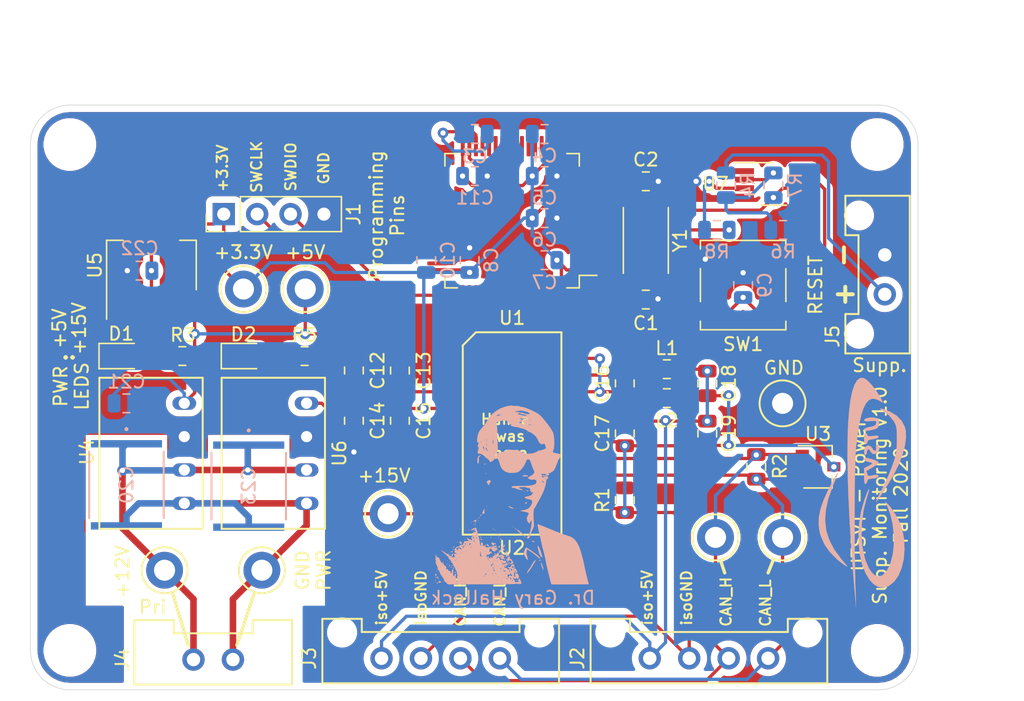
<source format=kicad_pcb>
(kicad_pcb (version 20171130) (host pcbnew "(5.1.5)-3")
  (layers (0 F.Cu signal) (31 B.Cu signal) (34 B.Paste user) (35 F.Paste user) (36 B.SilkS user) (37 F.SilkS user) (38 B.Mask user) (39 F.Mask user) (44 Edge.Cuts user))
  (net 0 "")
  (net 1 GND)
  (net 2 "Net-(C1-Pad1)")
  (net 3 "Net-(C2-Pad1)")
  (net 4 "Net-(C3-Pad1)")
  (net 5 +3V3)
  (net 6 /NRST)
  (net 7 +5V)
  (net 8 "Net-(C16-Pad2)")
  (net 9 "Net-(C16-Pad1)")
  (net 10 "Net-(C17-Pad2)")
  (net 11 "Net-(C17-Pad1)")
  (net 12 GNDPWR)
  (net 13 "Net-(D1-Pad2)")
  (net 14 /SWDIO)
  (net 15 /SWCLK)
  (net 16 /CAN/CAN_L)
  (net 17 /CAN/CAN_H)
  (net 18 "Net-(J5-Pad1)")
  (net 19 /CAN/RSlope)
  (net 20 /SuppOut)
  (net 21 /CAN_TX)
  (net 22 /CAN_RX)
  (net 23 "Net-(U1-Pad59)")
  (net 24 "Net-(U1-Pad58)")
  (net 25 "Net-(U1-Pad57)")
  (net 26 "Net-(U1-Pad56)")
  (net 27 "Net-(U1-Pad55)")
  (net 28 "Net-(U1-Pad54)")
  (net 29 "Net-(U1-Pad53)")
  (net 30 "Net-(U1-Pad52)")
  (net 31 "Net-(U1-Pad51)")
  (net 32 "Net-(U1-Pad50)")
  (net 33 "Net-(U1-Pad45)")
  (net 34 "Net-(U1-Pad44)")
  (net 35 "Net-(U1-Pad43)")
  (net 36 "Net-(U1-Pad42)")
  (net 37 "Net-(U1-Pad41)")
  (net 38 "Net-(U1-Pad40)")
  (net 39 "Net-(U1-Pad39)")
  (net 40 "Net-(U1-Pad38)")
  (net 41 "Net-(U1-Pad37)")
  (net 42 "Net-(U1-Pad36)")
  (net 43 "Net-(U1-Pad35)")
  (net 44 "Net-(U1-Pad34)")
  (net 45 "Net-(U1-Pad33)")
  (net 46 "Net-(U1-Pad29)")
  (net 47 "Net-(U1-Pad28)")
  (net 48 "Net-(U1-Pad27)")
  (net 49 "Net-(U1-Pad26)")
  (net 50 "Net-(U1-Pad25)")
  (net 51 "Net-(U1-Pad24)")
  (net 52 "Net-(U1-Pad23)")
  (net 53 "Net-(U1-Pad22)")
  (net 54 "Net-(U1-Pad21)")
  (net 55 "Net-(U1-Pad20)")
  (net 56 "Net-(U1-Pad17)")
  (net 57 "Net-(U1-Pad16)")
  (net 58 "Net-(U1-Pad15)")
  (net 59 "Net-(U1-Pad11)")
  (net 60 "Net-(U1-Pad10)")
  (net 61 "Net-(U1-Pad9)")
  (net 62 "Net-(U1-Pad8)")
  (net 63 "Net-(U1-Pad4)")
  (net 64 "Net-(U1-Pad3)")
  (net 65 "Net-(U1-Pad2)")
  (net 66 "Net-(U2-Pad17)")
  (net 67 "Net-(U2-Pad9)")
  (net 68 "Net-(U2-Pad8)")
  (net 69 "Net-(U2-Pad6)")
  (net 70 "Net-(R4-Pad1)")
  (net 71 +12VA)
  (net 72 "Net-(U7-Pad8)")
  (net 73 "Net-(U7-Pad5)")
  (net 74 "Net-(U7-Pad1)")
  (net 75 "Net-(D2-Pad2)")
  (net 76 +15V)
  (net 77 "Net-(R8-Pad1)")
  (module Resistor_SMD:R_0805_2012Metric (layer B.Cu) (at 146.2 79)
    (fp_text reference R8 (at 0 1.65) (layer B.SilkS) (effects (justify mirror)))
    (fp_text value 2.2k)
    (pad 2 smd roundrect (at 0.9375 0) (size 0.975 1.4) (layers B.Cu B.Paste B.Mask) (net 5 +3V3))
    (pad 1 smd roundrect (at -0.9375 0) (size 0.975 1.4) (layers B.Cu B.Paste B.Mask) (net 77 "Net-(R8-Pad1)"))
  )
  (module Resistor_SMD:R_0805_2012Metric (layer B.Cu) (at 151.2375 79)
    (fp_text reference R6 (at 0 1.65) (layer B.SilkS) (effects (justify mirror)))
    (fp_text value 10k)
    (pad 2 smd roundrect (at 0.9375 0) (size 0.975 1.4) (layers B.Cu B.Paste B.Mask) (net 1 GND))
    (pad 1 smd roundrect (at -0.9375 0) (size 0.975 1.4) (layers B.Cu B.Paste B.Mask) (net 70 "Net-(R4-Pad1)"))
  )
  (module Button_Switch_SMD:SW_SPST_B3SL-1002P (layer F.Cu) (at 148.2 83.2 180)
    (fp_text reference SW1 (at 0 -4.5) (layer F.SilkS))
    (fp_text value Reset)
    (pad 2 smd rect (at -2.875 2 180) (size 2.75 1) (layers F.Cu F.Paste F.Mask) (net 1 GND))
    (pad 2 smd rect (at 2.875 2 180) (size 2.75 1) (layers F.Cu F.Paste F.Mask) (net 1 GND))
    (pad 1 smd rect (at 2.875 -2 180) (size 2.75 1) (layers F.Cu F.Paste F.Mask) (net 6 /NRST))
    (pad 1 smd rect (at -2.875 -2 180) (size 2.75 1) (layers F.Cu F.Paste F.Mask) (net 6 /NRST))
  )
  (module TestPoint:TestPoint_Keystone_5005-5009_Compact (layer F.Cu) (at 110.2 83.5)
    (fp_text reference TP7 hide)
    (fp_text value +3.3V_TP)
    (pad 1 thru_hole circle (at 0 0) (size 2.8 2.8) (drill 1.6) (layers *.Cu *.Mask) (net 5 +3V3))
  )
  (module Package_TO_SOT_SMD:SOT-223-3_TabPin2 (layer F.Cu) (at 103.2 81.7 90)
    (fp_text reference U5 (at 0 -4.3 90) (layer F.SilkS))
    (fp_text value NCP1117-3.3_SOT223)
    (pad 1 smd rect (at -3.15 -2.3 90) (size 2 1.5) (layers F.Cu F.Paste F.Mask) (net 1 GND))
    (pad 3 smd rect (at -3.15 2.3 90) (size 2 1.5) (layers F.Cu F.Paste F.Mask) (net 7 +5V))
    (pad 2 smd rect (at -3.15 0 90) (size 2 1.5) (layers F.Cu F.Paste F.Mask) (net 5 +3V3))
    (pad 2 smd rect (at 3.15 0 90) (size 2 3.8) (layers F.Cu F.Paste F.Mask) (net 5 +3V3))
  )
  (module UTSVT_ICs:RI3_DC_Converter (layer F.Cu) (at 115 96 90)
    (fp_text reference U6 (at 0 2.5 90) (layer F.SilkS))
    (fp_text value RI3-1215S)
    (pad 4 thru_hole oval (at 3.81 0 90) (size 1 1.8) (drill 0.85) (layers *.Cu *.Mask) (net 76 +15V))
    (pad 3 thru_hole oval (at 1.27 0 90) (size 1 1.8) (drill 0.85) (layers *.Cu *.Mask) (net 1 GND))
    (pad 2 thru_hole oval (at -1.27 0 90) (size 1 1.8) (drill 0.85) (layers *.Cu *.Mask) (net 71 +12VA))
    (pad 1 thru_hole oval (at -3.81 0 90) (size 1 1.8) (drill 0.85) (layers *.Cu *.Mask) (net 12 GNDPWR))
  )
  (module TestPoint:TestPoint_Keystone_5005-5009_Compact (layer F.Cu) (at 121.2 100.6)
    (fp_text reference TP8 hide)
    (fp_text value +15V_TP)
    (pad 1 thru_hole circle (at 0 0) (size 2.8 2.8) (drill 1.6) (layers *.Cu *.Mask) (net 76 +15V))
  )
  (module Resistor_SMD:R_0805_2012Metric (layer F.Cu) (at 114.85 88.6 180)
    (fp_text reference R5 (at 0 1.6) (layer F.SilkS))
    (fp_text value 6.2k)
    (pad 2 smd roundrect (at 0.9375 0 180) (size 0.975 1.4) (layers F.Cu F.Paste F.Mask) (net 75 "Net-(D2-Pad2)"))
    (pad 1 smd roundrect (at -0.9375 0 180) (size 0.975 1.4) (layers F.Cu F.Paste F.Mask) (net 76 +15V))
  )
  (module LED_SMD:LED_0805_2012Metric (layer F.Cu) (at 110.2 88.6)
    (fp_text reference D2 (at 0 -1.65) (layer F.SilkS))
    (fp_text value PowerOn)
    (pad 2 smd roundrect (at 0.9375 0) (size 0.975 1.4) (layers F.Cu F.Paste F.Mask) (net 75 "Net-(D2-Pad2)"))
    (pad 1 smd roundrect (at -0.9375 0) (size 0.975 1.4) (layers F.Cu F.Paste F.Mask) (net 1 GND))
  )
  (module UTSVT_Passive:C_2220_5750Metric (layer B.Cu) (at 110.6 98.5 270)
    (fp_text reference C23 (at 0 0 270) (layer B.SilkS) (effects (justify mirror)))
    (fp_text value 10u hide)
    (pad 2 smd rect (at 3.1242 0 270) (size 0.5588 5.4102) (layers B.Cu B.Paste B.Mask) (net 12 GNDPWR))
    (pad 1 smd rect (at -3.1242 0 270) (size 0.5588 5.4102) (layers B.Cu B.Paste B.Mask) (net 71 +12VA))
  )
  (module UTSVT_ICs:SOIC-20W_7.5x15.4mm_Pitch1.27mm (layer F.Cu) (at 130.63 94.49)
    (fp_text reference U2 (at 0 8.71) (layer F.SilkS))
    (fp_text value ADM3055E)
    (pad 20 smd rect (at 4.7 -5.715) (size 1.95 0.6) (layers F.Cu F.Paste F.Mask) (net 8 "Net-(C16-Pad2)"))
    (pad 19 smd rect (at 4.7 -4.445) (size 1.95 0.6) (layers F.Cu F.Paste F.Mask) (net 9 "Net-(C16-Pad1)"))
    (pad 18 smd rect (at 4.7 -3.175) (size 1.95 0.6) (layers F.Cu F.Paste F.Mask) (net 8 "Net-(C16-Pad2)"))
    (pad 17 smd rect (at 4.7 -1.905) (size 1.95 0.6) (layers F.Cu F.Paste F.Mask) (net 66 "Net-(U2-Pad17)"))
    (pad 16 smd rect (at 4.7 -0.635) (size 1.95 0.6) (layers F.Cu F.Paste F.Mask) (net 11 "Net-(C17-Pad1)"))
    (pad 15 smd rect (at 4.7 0.635) (size 1.95 0.6) (layers F.Cu F.Paste F.Mask) (net 10 "Net-(C17-Pad2)"))
    (pad 14 smd rect (at 4.7 1.905) (size 1.95 0.6) (layers F.Cu F.Paste F.Mask) (net 17 /CAN/CAN_H))
    (pad 13 smd rect (at 4.7 3.175) (size 1.95 0.6) (layers F.Cu F.Paste F.Mask) (net 16 /CAN/CAN_L))
    (pad 12 smd rect (at 4.7 4.445) (size 1.95 0.6) (layers F.Cu F.Paste F.Mask) (net 19 /CAN/RSlope))
    (pad 11 smd rect (at 4.7 5.715) (size 1.95 0.6) (layers F.Cu F.Paste F.Mask) (net 10 "Net-(C17-Pad2)"))
    (pad 10 smd rect (at -4.7 5.715) (size 1.95 0.6) (layers F.Cu F.Paste F.Mask) (net 1 GND))
    (pad 9 smd rect (at -4.7 4.445) (size 1.95 0.6) (layers F.Cu F.Paste F.Mask) (net 67 "Net-(U2-Pad9)"))
    (pad 8 smd rect (at -4.7 3.175) (size 1.95 0.6) (layers F.Cu F.Paste F.Mask) (net 68 "Net-(U2-Pad8)"))
    (pad 7 smd rect (at -4.7 1.905) (size 1.95 0.6) (layers F.Cu F.Paste F.Mask) (net 21 /CAN_TX))
    (pad 6 smd rect (at -4.7 0.635) (size 1.95 0.6) (layers F.Cu F.Paste F.Mask) (net 69 "Net-(U2-Pad6)"))
    (pad 5 smd rect (at -4.7 -0.635) (size 1.95 0.6) (layers F.Cu F.Paste F.Mask) (net 22 /CAN_RX))
    (pad 4 smd rect (at -4.7 -1.905) (size 1.95 0.6) (layers F.Cu F.Paste F.Mask) (net 5 +3V3))
    (pad 3 smd rect (at -4.7 -3.175) (size 1.95 0.6) (layers F.Cu F.Paste F.Mask) (net 7 +5V))
    (pad 2 smd rect (at -4.7 -4.445) (size 1.95 0.6) (layers F.Cu F.Paste F.Mask) (net 1 GND))
    (pad 1 smd rect (at -4.7 -5.715) (size 1.95 0.6) (layers F.Cu F.Paste F.Mask) (net 1 GND))
  )
  (module Package_SO:VSSOP-8_3.0x3.0mm_P0.65mm (layer F.Cu) (at 150.5 75.5)
    (fp_text reference U7 (at -4.4 0) (layer F.SilkS))
    (fp_text value OPAx192-Q1)
    (pad 8 smd rect (at 2.2 -0.975 270) (size 0.45 1.45) (layers F.Cu F.Paste F.Mask) (net 72 "Net-(U7-Pad8)"))
    (pad 7 smd rect (at 2.2 -0.325 270) (size 0.45 1.45) (layers F.Cu F.Paste F.Mask) (net 76 +15V))
    (pad 6 smd rect (at 2.2 0.325 270) (size 0.45 1.45) (layers F.Cu F.Paste F.Mask) (net 20 /SuppOut))
    (pad 5 smd rect (at 2.2 0.975 270) (size 0.45 1.45) (layers F.Cu F.Paste F.Mask) (net 73 "Net-(U7-Pad5)"))
    (pad 4 smd rect (at -2.2 0.975 270) (size 0.45 1.45) (layers F.Cu F.Paste F.Mask) (net 1 GND))
    (pad 3 smd rect (at -2.2 0.325 270) (size 0.45 1.45) (layers F.Cu F.Paste F.Mask) (net 77 "Net-(R8-Pad1)"))
    (pad 2 smd rect (at -2.2 -0.325 270) (size 0.45 1.45) (layers F.Cu F.Paste F.Mask) (net 70 "Net-(R4-Pad1)"))
    (pad 1 smd rect (at -2.2 -0.975 270) (size 0.45 1.45) (layers F.Cu F.Paste F.Mask) (net 74 "Net-(U7-Pad1)"))
  )
  (module Resistor_SMD:R_0805_2012Metric (layer B.Cu) (at 150.5 75.6 90)
    (fp_text reference R7 (at 0 1.65 90) (layer B.SilkS) (effects (justify mirror)))
    (fp_text value 2.2k)
    (pad 2 smd roundrect (at 0.9375 0 90) (size 0.975 1.4) (layers B.Cu B.Paste B.Mask) (net 70 "Net-(R4-Pad1)"))
    (pad 1 smd roundrect (at -0.9375 0 90) (size 0.975 1.4) (layers B.Cu B.Paste B.Mask) (net 20 /SuppOut))
  )
  (module Connector_PinHeader_2.54mm:PinHeader_1x04_P2.54mm_Vertical (layer F.Cu) (at 108.7 77.8 90)
    (fp_text reference J1 (at 0 9.88 90) (layer F.SilkS))
    (fp_text value SWD)
    (pad 4 thru_hole oval (at 0 7.62 90) (size 1.7 1.7) (drill 1) (layers *.Cu *.Mask) (net 1 GND))
    (pad 3 thru_hole oval (at 0 5.08 90) (size 1.7 1.7) (drill 1) (layers *.Cu *.Mask) (net 14 /SWDIO))
    (pad 2 thru_hole oval (at 0 2.54 90) (size 1.7 1.7) (drill 1) (layers *.Cu *.Mask) (net 15 /SWCLK))
    (pad 1 thru_hole rect (at 0 0 90) (size 1.7 1.7) (drill 1) (layers *.Cu *.Mask) (net 5 +3V3))
  )
  (module UTSVT_Special:UTSVT_Logo_Symbol (layer B.Cu) (at 157.4 98.7 270)
    (fp_text reference LOGO2 hide)
    (fp_text value UTSVT hide)
  )
  (module UTSVT_Special:Hallock_Image_Tiny (layer B.Cu) (at 131.1 99 180)
    (fp_text reference LOGO1 hide)
    (fp_text value "Dr. Hallock" hide)
  )
  (module MountingHole:MountingHole_3mm (layer F.Cu) (at 158.4 111)
    (fp_text reference H4 hide)
    (fp_text value M3)
    (pad 1 np_thru_hole circle (at 0 0) (size 3 3) (drill 3) (layers *.Cu *.Mask))
  )
  (module MountingHole:MountingHole_3mm (layer F.Cu) (at 97 111)
    (fp_text reference H3 hide)
    (fp_text value M3)
    (pad 1 np_thru_hole circle (at 0 0) (size 3 3) (drill 3) (layers *.Cu *.Mask))
  )
  (module MountingHole:MountingHole_3mm (layer F.Cu) (at 158.4 72.5)
    (fp_text reference H2 hide)
    (fp_text value M3)
    (pad 1 np_thru_hole circle (at 0 0) (size 3 3) (drill 3) (layers *.Cu *.Mask))
  )
  (module MountingHole:MountingHole_3mm (layer F.Cu) (at 97 72.5)
    (fp_text reference H1 hide)
    (fp_text value M3)
    (pad 1 np_thru_hole circle (at 0 0) (size 3 3) (drill 3) (layers *.Cu *.Mask))
  )
  (module UTSVT_Connectors:Molex_MicroFit3.0_1x4xP3.00mm_PolarizingPeg_Vertical (layer F.Cu) (at 120.7 111.6)
    (fp_text reference J3 (at -5.5 0 90) (layer F.SilkS))
    (fp_text value CAN_Out)
    (pad "" np_thru_hole circle (at -3 -1.96) (size 1.27 1.27) (drill 1.27) (layers *.Cu *.Mask))
    (pad 3 thru_hole circle (at 6 0) (size 1.7 1.7) (drill 1.02) (layers *.Cu *.Mask) (net 17 /CAN/CAN_H))
    (pad 2 thru_hole circle (at 3 0) (size 1.7 1.7) (drill 1.02) (layers *.Cu *.Mask) (net 10 "Net-(C17-Pad2)"))
    (pad 1 thru_hole circle (at 0 0) (size 1.7 1.7) (drill 1.02) (layers *.Cu *.Mask) (net 11 "Net-(C17-Pad1)"))
    (pad "" np_thru_hole circle (at 12 -1.96) (size 1.27 1.27) (drill 1.27) (layers *.Cu *.Mask))
    (pad 4 thru_hole circle (at 9 0) (size 1.7 1.7) (drill 1.02) (layers *.Cu *.Mask) (net 16 /CAN/CAN_L))
  )
  (module UTSVT_Connectors:Molex_MicroFit3.0_1x4xP3.00mm_PolarizingPeg_Vertical (layer F.Cu) (at 141.1 111.6)
    (fp_text reference J2 (at -5.5 0 90) (layer F.SilkS))
    (fp_text value CAN_Out)
    (pad "" np_thru_hole circle (at -3 -1.96) (size 1.27 1.27) (drill 1.27) (layers *.Cu *.Mask))
    (pad 3 thru_hole circle (at 6 0) (size 1.7 1.7) (drill 1.02) (layers *.Cu *.Mask) (net 17 /CAN/CAN_H))
    (pad 2 thru_hole circle (at 3 0) (size 1.7 1.7) (drill 1.02) (layers *.Cu *.Mask) (net 10 "Net-(C17-Pad2)"))
    (pad 1 thru_hole circle (at 0 0) (size 1.7 1.7) (drill 1.02) (layers *.Cu *.Mask) (net 11 "Net-(C17-Pad1)"))
    (pad "" np_thru_hole circle (at 12 -1.96) (size 1.27 1.27) (drill 1.27) (layers *.Cu *.Mask))
    (pad 4 thru_hole circle (at 9 0) (size 1.7 1.7) (drill 1.02) (layers *.Cu *.Mask) (net 16 /CAN/CAN_L))
  )
  (module Crystal:Crystal_SMD_TXC_7A-2Pin_5x3.2mm (layer F.Cu) (at 140.8 79.8 90)
    (fp_text reference Y1 (at 0 2.6 90) (layer F.SilkS))
    (fp_text value 8M)
    (pad 2 smd rect (at 1.85 0 90) (size 1.7 2.4) (layers F.Cu F.Paste F.Mask) (net 3 "Net-(C2-Pad1)"))
    (pad 1 smd rect (at -1.85 0 90) (size 1.7 2.4) (layers F.Cu F.Paste F.Mask) (net 2 "Net-(C1-Pad1)"))
  )
  (module UTSVT_ICs:RI3_DC_Converter (layer F.Cu) (at 105.7 96 90)
    (fp_text reference U4 (at 0.1 -7.4 90) (layer F.SilkS))
    (fp_text value RI3-1205S)
    (pad 4 thru_hole oval (at 3.81 0 90) (size 1 1.8) (drill 0.85) (layers *.Cu *.Mask) (net 7 +5V))
    (pad 3 thru_hole oval (at 1.27 0 90) (size 1 1.8) (drill 0.85) (layers *.Cu *.Mask) (net 1 GND))
    (pad 2 thru_hole oval (at -1.27 0 90) (size 1 1.8) (drill 0.85) (layers *.Cu *.Mask) (net 71 +12VA))
    (pad 1 thru_hole oval (at -3.81 0 90) (size 1 1.8) (drill 0.85) (layers *.Cu *.Mask) (net 12 GNDPWR))
  )
  (module Package_TO_SOT_SMD:SOT-23W (layer F.Cu) (at 153.9 97.03)
    (fp_text reference U3 (at 0 -2.5) (layer F.SilkS))
    (fp_text value CDSOT23-T24CAN)
    (pad 3 smd rect (at 1.2 0) (size 1 0.7) (layers F.Cu F.Paste F.Mask) (net 10 "Net-(C17-Pad2)"))
    (pad 2 smd rect (at -1.2 0.95) (size 1 0.7) (layers F.Cu F.Paste F.Mask) (net 16 /CAN/CAN_L))
    (pad 1 smd rect (at -1.2 -0.95) (size 1 0.7) (layers F.Cu F.Paste F.Mask) (net 17 /CAN/CAN_H))
  )
  (module Package_QFP:LQFP-64_10x10mm_P0.5mm (layer F.Cu) (at 130.63 78.3 180)
    (fp_text reference U1 (at 0 -7.4) (layer F.SilkS))
    (fp_text value STM32F413RHTx)
    (pad 64 smd roundrect (at -3.75 -5.675 180) (size 0.3 1.55) (layers F.Cu F.Paste F.Mask) (net 5 +3V3))
    (pad 63 smd roundrect (at -3.25 -5.675 180) (size 0.3 1.55) (layers F.Cu F.Paste F.Mask) (net 1 GND))
    (pad 62 smd roundrect (at -2.75 -5.675 180) (size 0.3 1.55) (layers F.Cu F.Paste F.Mask) (net 21 /CAN_TX))
    (pad 61 smd roundrect (at -2.25 -5.675 180) (size 0.3 1.55) (layers F.Cu F.Paste F.Mask) (net 22 /CAN_RX))
    (pad 60 smd roundrect (at -1.75 -5.675 180) (size 0.3 1.55) (layers F.Cu F.Paste F.Mask) (net 1 GND))
    (pad 59 smd roundrect (at -1.25 -5.675 180) (size 0.3 1.55) (layers F.Cu F.Paste F.Mask) (net 23 "Net-(U1-Pad59)"))
    (pad 58 smd roundrect (at -0.75 -5.675 180) (size 0.3 1.55) (layers F.Cu F.Paste F.Mask) (net 24 "Net-(U1-Pad58)"))
    (pad 57 smd roundrect (at -0.25 -5.675 180) (size 0.3 1.55) (layers F.Cu F.Paste F.Mask) (net 25 "Net-(U1-Pad57)"))
    (pad 56 smd roundrect (at 0.25 -5.675 180) (size 0.3 1.55) (layers F.Cu F.Paste F.Mask) (net 26 "Net-(U1-Pad56)"))
    (pad 55 smd roundrect (at 0.75 -5.675 180) (size 0.3 1.55) (layers F.Cu F.Paste F.Mask) (net 27 "Net-(U1-Pad55)"))
    (pad 54 smd roundrect (at 1.25 -5.675 180) (size 0.3 1.55) (layers F.Cu F.Paste F.Mask) (net 28 "Net-(U1-Pad54)"))
    (pad 53 smd roundrect (at 1.75 -5.675 180) (size 0.3 1.55) (layers F.Cu F.Paste F.Mask) (net 29 "Net-(U1-Pad53)"))
    (pad 52 smd roundrect (at 2.25 -5.675 180) (size 0.3 1.55) (layers F.Cu F.Paste F.Mask) (net 30 "Net-(U1-Pad52)"))
    (pad 51 smd roundrect (at 2.75 -5.675 180) (size 0.3 1.55) (layers F.Cu F.Paste F.Mask) (net 31 "Net-(U1-Pad51)"))
    (pad 50 smd roundrect (at 3.25 -5.675 180) (size 0.3 1.55) (layers F.Cu F.Paste F.Mask) (net 32 "Net-(U1-Pad50)"))
    (pad 49 smd roundrect (at 3.75 -5.675 180) (size 0.3 1.55) (layers F.Cu F.Paste F.Mask) (net 15 /SWCLK))
    (pad 48 smd roundrect (at 5.675 -3.75 180) (size 1.55 0.3) (layers F.Cu F.Paste F.Mask) (net 5 +3V3))
    (pad 47 smd roundrect (at 5.675 -3.25 180) (size 1.55 0.3) (layers F.Cu F.Paste F.Mask) (net 1 GND))
    (pad 46 smd roundrect (at 5.675 -2.75 180) (size 1.55 0.3) (layers F.Cu F.Paste F.Mask) (net 14 /SWDIO))
    (pad 45 smd roundrect (at 5.675 -2.25 180) (size 1.55 0.3) (layers F.Cu F.Paste F.Mask) (net 33 "Net-(U1-Pad45)"))
    (pad 44 smd roundrect (at 5.675 -1.75 180) (size 1.55 0.3) (layers F.Cu F.Paste F.Mask) (net 34 "Net-(U1-Pad44)"))
    (pad 43 smd roundrect (at 5.675 -1.25 180) (size 1.55 0.3) (layers F.Cu F.Paste F.Mask) (net 35 "Net-(U1-Pad43)"))
    (pad 42 smd roundrect (at 5.675 -0.75 180) (size 1.55 0.3) (layers F.Cu F.Paste F.Mask) (net 36 "Net-(U1-Pad42)"))
    (pad 41 smd roundrect (at 5.675 -0.25 180) (size 1.55 0.3) (layers F.Cu F.Paste F.Mask) (net 37 "Net-(U1-Pad41)"))
    (pad 40 smd roundrect (at 5.675 0.25 180) (size 1.55 0.3) (layers F.Cu F.Paste F.Mask) (net 38 "Net-(U1-Pad40)"))
    (pad 39 smd roundrect (at 5.675 0.75 180) (size 1.55 0.3) (layers F.Cu F.Paste F.Mask) (net 39 "Net-(U1-Pad39)"))
    (pad 38 smd roundrect (at 5.675 1.25 180) (size 1.55 0.3) (layers F.Cu F.Paste F.Mask) (net 40 "Net-(U1-Pad38)"))
    (pad 37 smd roundrect (at 5.675 1.75 180) (size 1.55 0.3) (layers F.Cu F.Paste F.Mask) (net 41 "Net-(U1-Pad37)"))
    (pad 36 smd roundrect (at 5.675 2.25 180) (size 1.55 0.3) (layers F.Cu F.Paste F.Mask) (net 42 "Net-(U1-Pad36)"))
    (pad 35 smd roundrect (at 5.675 2.75 180) (size 1.55 0.3) (layers F.Cu F.Paste F.Mask) (net 43 "Net-(U1-Pad35)"))
    (pad 34 smd roundrect (at 5.675 3.25 180) (size 1.55 0.3) (layers F.Cu F.Paste F.Mask) (net 44 "Net-(U1-Pad34)"))
    (pad 33 smd roundrect (at 5.675 3.75 180) (size 1.55 0.3) (layers F.Cu F.Paste F.Mask) (net 45 "Net-(U1-Pad33)"))
    (pad 32 smd roundrect (at 3.75 5.675 180) (size 0.3 1.55) (layers F.Cu F.Paste F.Mask) (net 5 +3V3))
    (pad 31 smd roundrect (at 3.25 5.675 180) (size 0.3 1.55) (layers F.Cu F.Paste F.Mask) (net 1 GND))
    (pad 30 smd roundrect (at 2.75 5.675 180) (size 0.3 1.55) (layers F.Cu F.Paste F.Mask) (net 4 "Net-(C3-Pad1)"))
    (pad 29 smd roundrect (at 2.25 5.675 180) (size 0.3 1.55) (layers F.Cu F.Paste F.Mask) (net 46 "Net-(U1-Pad29)"))
    (pad 28 smd roundrect (at 1.75 5.675 180) (size 0.3 1.55) (layers F.Cu F.Paste F.Mask) (net 47 "Net-(U1-Pad28)"))
    (pad 27 smd roundrect (at 1.25 5.675 180) (size 0.3 1.55) (layers F.Cu F.Paste F.Mask) (net 48 "Net-(U1-Pad27)"))
    (pad 26 smd roundrect (at 0.75 5.675 180) (size 0.3 1.55) (layers F.Cu F.Paste F.Mask) (net 49 "Net-(U1-Pad26)"))
    (pad 25 smd roundrect (at 0.25 5.675 180) (size 0.3 1.55) (layers F.Cu F.Paste F.Mask) (net 50 "Net-(U1-Pad25)"))
    (pad 24 smd roundrect (at -0.25 5.675 180) (size 0.3 1.55) (layers F.Cu F.Paste F.Mask) (net 51 "Net-(U1-Pad24)"))
    (pad 23 smd roundrect (at -0.75 5.675 180) (size 0.3 1.55) (layers F.Cu F.Paste F.Mask) (net 52 "Net-(U1-Pad23)"))
    (pad 22 smd roundrect (at -1.25 5.675 180) (size 0.3 1.55) (layers F.Cu F.Paste F.Mask) (net 53 "Net-(U1-Pad22)"))
    (pad 21 smd roundrect (at -1.75 5.675 180) (size 0.3 1.55) (layers F.Cu F.Paste F.Mask) (net 54 "Net-(U1-Pad21)"))
    (pad 20 smd roundrect (at -2.25 5.675 180) (size 0.3 1.55) (layers F.Cu F.Paste F.Mask) (net 55 "Net-(U1-Pad20)"))
    (pad 19 smd roundrect (at -2.75 5.675 180) (size 0.3 1.55) (layers F.Cu F.Paste F.Mask) (net 5 +3V3))
    (pad 18 smd roundrect (at -3.25 5.675 180) (size 0.3 1.55) (layers F.Cu F.Paste F.Mask) (net 1 GND))
    (pad 17 smd roundrect (at -3.75 5.675 180) (size 0.3 1.55) (layers F.Cu F.Paste F.Mask) (net 56 "Net-(U1-Pad17)"))
    (pad 16 smd roundrect (at -5.675 3.75 180) (size 1.55 0.3) (layers F.Cu F.Paste F.Mask) (net 57 "Net-(U1-Pad16)"))
    (pad 15 smd roundrect (at -5.675 3.25 180) (size 1.55 0.3) (layers F.Cu F.Paste F.Mask) (net 58 "Net-(U1-Pad15)"))
    (pad 14 smd roundrect (at -5.675 2.75 180) (size 1.55 0.3) (layers F.Cu F.Paste F.Mask) (net 20 /SuppOut))
    (pad 13 smd roundrect (at -5.675 2.25 180) (size 1.55 0.3) (layers F.Cu F.Paste F.Mask) (net 5 +3V3))
    (pad 12 smd roundrect (at -5.675 1.75 180) (size 1.55 0.3) (layers F.Cu F.Paste F.Mask) (net 1 GND))
    (pad 11 smd roundrect (at -5.675 1.25 180) (size 1.55 0.3) (layers F.Cu F.Paste F.Mask) (net 59 "Net-(U1-Pad11)"))
    (pad 10 smd roundrect (at -5.675 0.75 180) (size 1.55 0.3) (layers F.Cu F.Paste F.Mask) (net 60 "Net-(U1-Pad10)"))
    (pad 9 smd roundrect (at -5.675 0.25 180) (size 1.55 0.3) (layers F.Cu F.Paste F.Mask) (net 61 "Net-(U1-Pad9)"))
    (pad 8 smd roundrect (at -5.675 -0.25 180) (size 1.55 0.3) (layers F.Cu F.Paste F.Mask) (net 62 "Net-(U1-Pad8)"))
    (pad 7 smd roundrect (at -5.675 -0.75 180) (size 1.55 0.3) (layers F.Cu F.Paste F.Mask) (net 6 /NRST))
    (pad 6 smd roundrect (at -5.675 -1.25 180) (size 1.55 0.3) (layers F.Cu F.Paste F.Mask) (net 3 "Net-(C2-Pad1)"))
    (pad 5 smd roundrect (at -5.675 -1.75 180) (size 1.55 0.3) (layers F.Cu F.Paste F.Mask) (net 2 "Net-(C1-Pad1)"))
    (pad 4 smd roundrect (at -5.675 -2.25 180) (size 1.55 0.3) (layers F.Cu F.Paste F.Mask) (net 63 "Net-(U1-Pad4)"))
    (pad 3 smd roundrect (at -5.675 -2.75 180) (size 1.55 0.3) (layers F.Cu F.Paste F.Mask) (net 64 "Net-(U1-Pad3)"))
    (pad 2 smd roundrect (at -5.675 -3.25 180) (size 1.55 0.3) (layers F.Cu F.Paste F.Mask) (net 65 "Net-(U1-Pad2)"))
    (pad 1 smd roundrect (at -5.675 -3.75 180) (size 1.55 0.3) (layers F.Cu F.Paste F.Mask) (net 5 +3V3))
  )
  (module TestPoint:TestPoint_Keystone_5005-5009_Compact (layer F.Cu) (at 151.2 92.2)
    (fp_text reference TP6 hide)
    (fp_text value GND_TP)
    (pad 1 thru_hole circle (at 0 0) (size 2.8 2.8) (drill 1.6) (layers *.Cu *.Mask) (net 1 GND))
  )
  (module TestPoint:TestPoint_Keystone_5005-5009_Compact (layer F.Cu) (at 114.9 83.5)
    (fp_text reference TP5 hide)
    (fp_text value +5V_TP)
    (pad 1 thru_hole circle (at 0 0) (size 2.8 2.8) (drill 1.6) (layers *.Cu *.Mask) (net 7 +5V))
  )
  (module TestPoint:TestPoint_Keystone_5005-5009_Compact (layer F.Cu) (at 111.6 104.9)
    (fp_text reference TP4 hide)
    (fp_text value GNDPWR_TP)
    (pad 1 thru_hole circle (at 0 0) (size 2.8 2.8) (drill 1.6) (layers *.Cu *.Mask) (net 12 GNDPWR))
  )
  (module TestPoint:TestPoint_Keystone_5005-5009_Compact (layer F.Cu) (at 104.2 104.9)
    (fp_text reference TP3 hide)
    (fp_text value +12V_TP)
    (pad 1 thru_hole circle (at 0 0) (size 2.8 2.8) (drill 1.6) (layers *.Cu *.Mask) (net 71 +12VA))
  )
  (module TestPoint:TestPoint_Keystone_5005-5009_Compact (layer F.Cu) (at 151.2 102.4)
    (fp_text reference TP2 hide)
    (fp_text value CAN_L)
    (pad 1 thru_hole circle (at 0 0) (size 2.8 2.8) (drill 1.6) (layers *.Cu *.Mask) (net 16 /CAN/CAN_L))
  )
  (module TestPoint:TestPoint_Keystone_5005-5009_Compact (layer F.Cu) (at 146.1 102.4)
    (fp_text reference TP1 hide)
    (fp_text value CAN_H)
    (pad 1 thru_hole circle (at 0 0) (size 2.8 2.8) (drill 1.6) (layers *.Cu *.Mask) (net 17 /CAN/CAN_H))
  )
  (module Resistor_SMD:R_0805_2012Metric (layer B.Cu) (at 146.9 75.6 90)
    (fp_text reference R4 (at 0 1.65 270) (layer B.SilkS) (effects (justify mirror)))
    (fp_text value 10k)
    (pad 2 smd roundrect (at 0.9375 0 90) (size 0.975 1.4) (layers B.Cu B.Paste B.Mask) (net 18 "Net-(J5-Pad1)"))
    (pad 1 smd roundrect (at -0.9375 0 90) (size 0.975 1.4) (layers B.Cu B.Paste B.Mask) (net 70 "Net-(R4-Pad1)"))
  )
  (module Resistor_SMD:R_0805_2012Metric (layer F.Cu) (at 105.55 88.6 180)
    (fp_text reference R3 (at -0.05 1.6) (layer F.SilkS))
    (fp_text value 1.5k)
    (pad 2 smd roundrect (at 0.9375 0 180) (size 0.975 1.4) (layers F.Cu F.Paste F.Mask) (net 13 "Net-(D1-Pad2)"))
    (pad 1 smd roundrect (at -0.9375 0 180) (size 0.975 1.4) (layers F.Cu F.Paste F.Mask) (net 7 +5V))
  )
  (module Resistor_SMD:R_0805_2012Metric (layer F.Cu) (at 149.2 97.03 90)
    (fp_text reference R2 (at 0.03 1.8 90) (layer F.SilkS))
    (fp_text value 120)
    (pad 2 smd roundrect (at 0.9375 0 90) (size 0.975 1.4) (layers F.Cu F.Paste F.Mask) (net 17 /CAN/CAN_H))
    (pad 1 smd roundrect (at -0.9375 0 90) (size 0.975 1.4) (layers F.Cu F.Paste F.Mask) (net 16 /CAN/CAN_L))
  )
  (module Resistor_SMD:R_0805_2012Metric (layer F.Cu) (at 139.2 99.57 270)
    (fp_text reference R1 (at 0 1.7 90) (layer F.SilkS))
    (fp_text value 0)
    (pad 2 smd roundrect (at 0.9375 0 270) (size 0.975 1.4) (layers F.Cu F.Paste F.Mask) (net 10 "Net-(C17-Pad2)"))
    (pad 1 smd roundrect (at -0.9375 0 270) (size 0.975 1.4) (layers F.Cu F.Paste F.Mask) (net 19 /CAN/RSlope))
  )
  (module Inductor_SMD:L_0805_2012Metric (layer F.Cu) (at 142.4 91.8 180)
    (fp_text reference L2 (at 0 -1.7) (layer F.SilkS))
    (fp_text value 2kH)
    (pad 2 smd roundrect (at 0.9375 0 180) (size 0.975 1.4) (layers F.Cu F.Paste F.Mask) (net 8 "Net-(C16-Pad2)"))
    (pad 1 smd roundrect (at -0.9375 0 180) (size 0.975 1.4) (layers F.Cu F.Paste F.Mask) (net 10 "Net-(C17-Pad2)"))
  )
  (module Inductor_SMD:L_0805_2012Metric (layer F.Cu) (at 142.4 89.6 180)
    (fp_text reference L1 (at 0 1.6) (layer F.SilkS))
    (fp_text value 2kH)
    (pad 2 smd roundrect (at 0.9375 0 180) (size 0.975 1.4) (layers F.Cu F.Paste F.Mask) (net 9 "Net-(C16-Pad1)"))
    (pad 1 smd roundrect (at -0.9375 0 180) (size 0.975 1.4) (layers F.Cu F.Paste F.Mask) (net 11 "Net-(C17-Pad1)"))
  )
  (module UTSVT_Connectors:Molex_MicroFit3.0_1x2xP3.00mm_PolarizingPeg_Vertical (layer F.Cu) (at 158.975 83.9 90)
    (fp_text reference J5 (at -3.2 -3.975 270) (layer F.SilkS))
    (fp_text value SuppPowerConnector)
    (pad "" np_thru_hole circle (at -3 -1.96 90) (size 1.27 1.27) (drill 1.27) (layers *.Cu *.Mask))
    (pad 2 thru_hole circle (at 3 0 90) (size 1.7 1.7) (drill 1.02) (layers *.Cu *.Mask) (net 1 GND))
    (pad 1 thru_hole circle (at 0 0 90) (size 1.7 1.7) (drill 1.02) (layers *.Cu *.Mask) (net 18 "Net-(J5-Pad1)"))
    (pad "" np_thru_hole circle (at 6 -1.96 90) (size 1.27 1.27) (drill 1.27) (layers *.Cu *.Mask))
  )
  (module UTSVT_Connectors:Molex_MicroFit3.0_1x2xP3.00mm_PolarizingPeg_Vertical (layer F.Cu) (at 106.4 111.7)
    (fp_text reference J4 (at -5.4 0 90) (layer F.SilkS))
    (fp_text value PowerConn)
    (pad "" np_thru_hole circle (at -3 -1.96) (size 1.27 1.27) (drill 1.27) (layers *.Cu *.Mask))
    (pad 2 thru_hole circle (at 3 0) (size 1.7 1.7) (drill 1.02) (layers *.Cu *.Mask) (net 12 GNDPWR))
    (pad 1 thru_hole circle (at 0 0) (size 1.7 1.7) (drill 1.02) (layers *.Cu *.Mask) (net 71 +12VA))
    (pad "" np_thru_hole circle (at 6 -1.96) (size 1.27 1.27) (drill 1.27) (layers *.Cu *.Mask))
  )
  (module LED_SMD:LED_0805_2012Metric (layer F.Cu) (at 100.9 88.6)
    (fp_text reference D1 (at 0 -1.7) (layer F.SilkS))
    (fp_text value PowerOn)
    (pad 2 smd roundrect (at 0.9375 0) (size 0.975 1.4) (layers F.Cu F.Paste F.Mask) (net 13 "Net-(D1-Pad2)"))
    (pad 1 smd roundrect (at -0.9375 0) (size 0.975 1.4) (layers F.Cu F.Paste F.Mask) (net 1 GND))
  )
  (module Capacitor_SMD:C_0805_2012Metric (layer B.Cu) (at 102.3 82.1 180)
    (fp_text reference C22 (at 0 1.7) (layer B.SilkS) (effects (justify mirror)))
    (fp_text value 10u)
    (pad 2 smd roundrect (at 0.9375 0 180) (size 0.975 1.4) (layers B.Cu B.Paste B.Mask) (net 1 GND))
    (pad 1 smd roundrect (at -0.9375 0 180) (size 0.975 1.4) (layers B.Cu B.Paste B.Mask) (net 5 +3V3))
  )
  (module Capacitor_SMD:C_0805_2012Metric (layer B.Cu) (at 101.3 92.2)
    (fp_text reference C21 (at 0 -1.65) (layer B.SilkS) (effects (justify mirror)))
    (fp_text value 10u)
    (pad 2 smd roundrect (at 0.9375 0) (size 0.975 1.4) (layers B.Cu B.Paste B.Mask) (net 1 GND))
    (pad 1 smd roundrect (at -0.9375 0) (size 0.975 1.4) (layers B.Cu B.Paste B.Mask) (net 7 +5V))
  )
  (module UTSVT_Passive:C_2220_5750Metric (layer B.Cu) (at 101.3 98.4 270)
    (fp_text reference C20 (at 0 0 90) (layer B.SilkS) (effects (justify mirror)))
    (fp_text value 10u hide)
    (pad 2 smd rect (at 3.1242 0 270) (size 0.5588 5.4102) (layers B.Cu B.Paste B.Mask) (net 12 GNDPWR))
    (pad 1 smd rect (at -3.1242 0 270) (size 0.5588 5.4102) (layers B.Cu B.Paste B.Mask) (net 71 +12VA))
  )
  (module Capacitor_SMD:C_0805_2012Metric (layer F.Cu) (at 145.475 94.49 270)
    (fp_text reference C19 (at 0 -1.65 90) (layer F.SilkS))
    (fp_text value 0.01uF)
    (pad 2 smd roundrect (at 0.9375 0 270) (size 0.975 1.4) (layers F.Cu F.Paste F.Mask) (net 10 "Net-(C17-Pad2)"))
    (pad 1 smd roundrect (at -0.9375 0 270) (size 0.975 1.4) (layers F.Cu F.Paste F.Mask) (net 11 "Net-(C17-Pad1)"))
  )
  (module Capacitor_SMD:C_0805_2012Metric (layer F.Cu) (at 145.475 90.68 270)
    (fp_text reference C18 (at 0 -1.65 90) (layer F.SilkS))
    (fp_text value 0.1uF)
    (pad 2 smd roundrect (at 0.9375 0 270) (size 0.975 1.4) (layers F.Cu F.Paste F.Mask) (net 10 "Net-(C17-Pad2)"))
    (pad 1 smd roundrect (at -0.9375 0 270) (size 0.975 1.4) (layers F.Cu F.Paste F.Mask) (net 11 "Net-(C17-Pad1)"))
  )
  (module Capacitor_SMD:C_0805_2012Metric (layer F.Cu) (at 139.2 94.49 270)
    (fp_text reference C17 (at 0 1.7 90) (layer F.SilkS))
    (fp_text value 10uF)
    (pad 2 smd roundrect (at 0.9375 0 270) (size 0.975 1.4) (layers F.Cu F.Paste F.Mask) (net 10 "Net-(C17-Pad2)"))
    (pad 1 smd roundrect (at -0.9375 0 270) (size 0.975 1.4) (layers F.Cu F.Paste F.Mask) (net 11 "Net-(C17-Pad1)"))
  )
  (module Capacitor_SMD:C_0805_2012Metric (layer F.Cu) (at 139.2 90.68 270)
    (fp_text reference C16 (at 0 1.7 90) (layer F.SilkS))
    (fp_text value 0.22uF)
    (pad 2 smd roundrect (at 0.9375 0 270) (size 0.975 1.4) (layers F.Cu F.Paste F.Mask) (net 8 "Net-(C16-Pad2)"))
    (pad 1 smd roundrect (at -0.9375 0 270) (size 0.975 1.4) (layers F.Cu F.Paste F.Mask) (net 9 "Net-(C16-Pad1)"))
  )
  (module Capacitor_SMD:C_0805_2012Metric (layer F.Cu) (at 122.1 93.5225 270)
    (fp_text reference C15 (at 0 -1.8 90) (layer F.SilkS))
    (fp_text value 0.01uF)
    (pad 2 smd roundrect (at 0.9375 0 270) (size 0.975 1.4) (layers F.Cu F.Paste F.Mask) (net 1 GND))
    (pad 1 smd roundrect (at -0.9375 0 270) (size 0.975 1.4) (layers F.Cu F.Paste F.Mask) (net 5 +3V3))
  )
  (module Capacitor_SMD:C_0805_2012Metric (layer F.Cu) (at 118.6 93.5225 270)
    (fp_text reference C14 (at 0 -1.8 90) (layer F.SilkS))
    (fp_text value 0.1uF)
    (pad 2 smd roundrect (at 0.9375 0 270) (size 0.975 1.4) (layers F.Cu F.Paste F.Mask) (net 1 GND))
    (pad 1 smd roundrect (at -0.9375 0 270) (size 0.975 1.4) (layers F.Cu F.Paste F.Mask) (net 5 +3V3))
  )
  (module Capacitor_SMD:C_0805_2012Metric (layer F.Cu) (at 122.1 89.7 90)
    (fp_text reference C13 (at 0 1.8 90) (layer F.SilkS))
    (fp_text value 0.1uF)
    (pad 2 smd roundrect (at 0.9375 0 90) (size 0.975 1.4) (layers F.Cu F.Paste F.Mask) (net 1 GND))
    (pad 1 smd roundrect (at -0.9375 0 90) (size 0.975 1.4) (layers F.Cu F.Paste F.Mask) (net 7 +5V))
  )
  (module Capacitor_SMD:C_0805_2012Metric (layer F.Cu) (at 118.6 89.7 90)
    (fp_text reference C12 (at 0 1.8 90) (layer F.SilkS))
    (fp_text value 10uF)
    (pad 2 smd roundrect (at 0.9375 0 90) (size 0.975 1.4) (layers F.Cu F.Paste F.Mask) (net 1 GND))
    (pad 1 smd roundrect (at -0.9375 0 90) (size 0.975 1.4) (layers F.Cu F.Paste F.Mask) (net 7 +5V))
  )
  (module Capacitor_SMD:C_0805_2012Metric (layer B.Cu) (at 127.8 74.9)
    (fp_text reference C11 (at 0 1.65 180) (layer B.SilkS) (effects (justify mirror)))
    (fp_text value 4.7u)
    (pad 2 smd roundrect (at 0.9375 0) (size 0.975 1.4) (layers B.Cu B.Paste B.Mask) (net 1 GND))
    (pad 1 smd roundrect (at -0.9375 0) (size 0.975 1.4) (layers B.Cu B.Paste B.Mask) (net 5 +3V3))
  )
  (module Capacitor_SMD:C_0805_2012Metric (layer B.Cu) (at 124.1 81.3 90)
    (fp_text reference C10 (at 0 1.65 90) (layer B.SilkS) (effects (justify mirror)))
    (fp_text value 0.1u)
    (pad 2 smd roundrect (at 0.9375 0 90) (size 0.975 1.4) (layers B.Cu B.Paste B.Mask) (net 1 GND))
    (pad 1 smd roundrect (at -0.9375 0 90) (size 0.975 1.4) (layers B.Cu B.Paste B.Mask) (net 5 +3V3))
  )
  (module Capacitor_SMD:C_0805_2012Metric (layer B.Cu) (at 148.2 83.2 90)
    (fp_text reference C9 (at 0 1.65 90) (layer B.SilkS) (effects (justify mirror)))
    (fp_text value 0.1u)
    (pad 2 smd roundrect (at 0.9375 0 90) (size 0.975 1.4) (layers B.Cu B.Paste B.Mask) (net 1 GND))
    (pad 1 smd roundrect (at -0.9375 0 90) (size 0.975 1.4) (layers B.Cu B.Paste B.Mask) (net 6 /NRST))
  )
  (module Capacitor_SMD:C_0805_2012Metric (layer B.Cu) (at 127.4 81.3 90)
    (fp_text reference C8 (at 0 1.65 90) (layer B.SilkS) (effects (justify mirror)))
    (fp_text value 0.1u)
    (pad 2 smd roundrect (at 0.9375 0 90) (size 0.975 1.4) (layers B.Cu B.Paste B.Mask) (net 1 GND))
    (pad 1 smd roundrect (at -0.9375 0 90) (size 0.975 1.4) (layers B.Cu B.Paste B.Mask) (net 5 +3V3))
  )
  (module Capacitor_SMD:C_0805_2012Metric (layer B.Cu) (at 133.1 81.3 180)
    (fp_text reference C7 (at 0 -1.7) (layer B.SilkS) (effects (justify mirror)))
    (fp_text value 1u)
    (pad 2 smd roundrect (at 0.9375 0 180) (size 0.975 1.4) (layers B.Cu B.Paste B.Mask) (net 1 GND))
    (pad 1 smd roundrect (at -0.9375 0 180) (size 0.975 1.4) (layers B.Cu B.Paste B.Mask) (net 5 +3V3))
  )
  (module Capacitor_SMD:C_0805_2012Metric (layer B.Cu) (at 133.1 78.1)
    (fp_text reference C6 (at 0 1.65) (layer B.SilkS) (effects (justify mirror)))
    (fp_text value 0.1u)
    (pad 2 smd roundrect (at 0.9375 0) (size 0.975 1.4) (layers B.Cu B.Paste B.Mask) (net 1 GND))
    (pad 1 smd roundrect (at -0.9375 0) (size 0.975 1.4) (layers B.Cu B.Paste B.Mask) (net 5 +3V3))
  )
  (module Capacitor_SMD:C_0805_2012Metric (layer B.Cu) (at 133.1 74.9)
    (fp_text reference C5 (at 0 1.65) (layer B.SilkS) (effects (justify mirror)))
    (fp_text value 0.1u)
    (pad 2 smd roundrect (at 0.9375 0) (size 0.975 1.4) (layers B.Cu B.Paste B.Mask) (net 1 GND))
    (pad 1 smd roundrect (at -0.9375 0) (size 0.975 1.4) (layers B.Cu B.Paste B.Mask) (net 5 +3V3))
  )
  (module Capacitor_SMD:C_0805_2012Metric (layer B.Cu) (at 133.1 71.7)
    (fp_text reference C4 (at 0 1.65) (layer B.SilkS) (effects (justify mirror)))
    (fp_text value 0.1u)
    (pad 2 smd roundrect (at 0.9375 0) (size 0.975 1.4) (layers B.Cu B.Paste B.Mask) (net 1 GND))
    (pad 1 smd roundrect (at -0.9375 0) (size 0.975 1.4) (layers B.Cu B.Paste B.Mask) (net 5 +3V3))
  )
  (module Capacitor_SMD:C_0805_2012Metric (layer B.Cu) (at 127.8 71.7 180)
    (fp_text reference C3 (at 0 -1.7) (layer B.SilkS) (effects (justify mirror)))
    (fp_text value 2.2u)
    (pad 2 smd roundrect (at 0.9375 0 180) (size 0.975 1.4) (layers B.Cu B.Paste B.Mask) (net 1 GND))
    (pad 1 smd roundrect (at -0.9375 0 180) (size 0.975 1.4) (layers B.Cu B.Paste B.Mask) (net 4 "Net-(C3-Pad1)"))
  )
  (module Capacitor_SMD:C_0805_2012Metric (layer F.Cu) (at 140.8 75.3)
    (fp_text reference C2 (at 0 -1.65) (layer F.SilkS))
    (fp_text value 12p)
    (pad 2 smd roundrect (at 0.9375 0) (size 0.975 1.4) (layers F.Cu F.Paste F.Mask) (net 1 GND))
    (pad 1 smd roundrect (at -0.9375 0) (size 0.975 1.4) (layers F.Cu F.Paste F.Mask) (net 3 "Net-(C2-Pad1)"))
  )
  (module Capacitor_SMD:C_0805_2012Metric (layer F.Cu) (at 140.8 84.3)
    (fp_text reference C1 (at 0 1.8) (layer F.SilkS))
    (fp_text value 12p)
    (pad 2 smd roundrect (at 0.9375 0) (size 0.975 1.4) (layers F.Cu F.Paste F.Mask) (net 1 GND))
    (pad 1 smd roundrect (at -0.9375 0) (size 0.975 1.4) (layers F.Cu F.Paste F.Mask) (net 2 "Net-(C1-Pad1)"))
  )
  (gr_text : (at 96.8 88.7 90) (layer F.SilkS) (effects (font (size 1 1) (thickness 0.25))))
  (gr_text +15V (at 97.7 86.5 90) (layer F.SilkS) (effects (font (size 1 1))))
  (gr_text +5V (at 96.2 86.5 90) (layer F.SilkS) (effects (font (size 1 1))))
  (gr_text "PWR\nLEDS" (at 97.1 90.9 90) (layer F.SilkS) (effects (font (size 1 1))))
  (gr_text +15V (at 120.9 97.7) (layer F.SilkS) (effects (font (size 1 1))))
  (gr_text "Hannah\nwas\nhere" (at 130.5 94.7) (layer F.SilkS) (effects (font (size 0.8 0.8))))
  (gr_text "Dr. Gary Hallock" (at 130.7 107) (layer B.SilkS) (effects (font (size 1 1)) (justify mirror)))
  (gr_text "UTSVT - Power\nSupp. Monitoring v1.0\nFall 2020" (at 158.6 99.2 90) (layer F.SilkS) (effects (font (size 1 1))))
  (gr_line (start 158.5 114) (end 97 114) (layer Edge.Cuts) (width 0.05))
  (gr_line (start 161.5 72.5) (end 161.5 111) (layer Edge.Cuts) (width 0.05))
  (gr_line (start 97 69.5) (end 158.5 69.5) (layer Edge.Cuts) (width 0.05))
  (gr_line (start 94 72.5) (end 94 111) (layer Edge.Cuts) (width 0.05))
  (gr_arc (start 97 111) (end 94 111) (angle -90) (layer Edge.Cuts) (width 0.05))
  (gr_arc (start 158.5 111) (end 158.5 114) (angle -90) (layer Edge.Cuts) (width 0.05))
  (gr_arc (start 158.5 72.5) (end 161.5 72.5) (angle -90) (layer Edge.Cuts) (width 0.05))
  (gr_arc (start 97 72.5) (end 97 69.5) (angle -90) (layer Edge.Cuts) (width 0.05))
  (gr_line (start 150.1 105.1) (end 150.5 104.1) (layer F.SilkS) (width 0.25))
  (gr_line (start 146.5 104.2) (end 146.8 105.1) (layer F.SilkS) (width 0.25))
  (gr_text CAN_L (at 149.9 107.4 90) (layer F.SilkS) (effects (font (size 0.8 0.8))))
  (gr_text isoGND (at 143.9 107 90) (layer F.SilkS) (effects (font (size 0.8 0.8))))
  (gr_text CAN_H (at 146.9 107.3 90) (layer F.SilkS) (effects (font (size 0.8 0.8))))
  (gr_text iso+5V (at 140.9 107 90) (layer F.SilkS) (effects (font (size 0.8 0.8))))
  (gr_text isoGND (at 123.7 107 90) (layer F.SilkS) (effects (font (size 0.8 0.8))))
  (gr_text iso+5V (at 120.7 107 90) (layer F.SilkS) (effects (font (size 0.8 0.8))))
  (gr_text CAN_L (at 129.7 107.4 90) (layer F.SilkS) (effects (font (size 0.8 0.8))))
  (gr_text CAN_H (at 126.7 107.3 90) (layer F.SilkS) (effects (font (size 0.8 0.8))))
  (gr_text Pri (at 103.3 107.7) (layer F.SilkS) (effects (font (size 1 1))))
  (gr_text +12V (at 101 105 90) (layer F.SilkS) (effects (font (size 1 1))))
  (gr_text "GND\nPWR" (at 115.5 104.9 90) (layer F.SilkS) (effects (font (size 1 1))))
  (gr_line (start 111 106.7) (end 109.7 110.6) (layer F.SilkS) (width 0.25))
  (gr_line (start 104.8 106.6) (end 106 110.6) (layer F.SilkS) (width 0.25))
  (gr_text GND (at 116.3 74.3 90) (layer F.SilkS) (effects (font (size 0.8 0.8))))
  (gr_text SWDIO (at 113.8 74.2 90) (layer F.SilkS) (effects (font (size 0.8 0.8))))
  (gr_text SWCLK (at 111.2 74.2 90) (layer F.SilkS) (effects (font (size 0.8 0.8))))
  (gr_text +3.3V (at 108.6 74.3 90) (layer F.SilkS) (effects (font (size 0.8 0.8))))
  (gr_text GND (at 151.3 89.5) (layer F.SilkS) (effects (font (size 1 1))))
  (gr_text +3.3V (at 110.2 80.7) (layer F.SilkS) (effects (font (size 1 1))))
  (gr_text +5V (at 114.9 80.7) (layer F.SilkS) (effects (font (size 1 1))))
  (gr_text "Programming\nPins" (at 121.1 77.9 90) (layer F.SilkS) (effects (font (size 1 1))))
  (gr_text RESET (at 153.7 83.2 90) (layer F.SilkS) (effects (font (size 1 1))))
  (gr_text Supp. (at 158.575 89.3) (layer F.SilkS) (effects (font (size 1 1))))
  (gr_text - (at 155.975 80.9 270) (layer F.SilkS) (effects (font (size 1.5 1.5) (thickness 0.3))))
  (gr_text + (at 156.075 83.9 270) (layer F.SilkS) (effects (font (size 1.5 1.5) (thickness 0.3))))
  (segment (start 132.38 83.975) (end 132.38 82.92) (width 0.25) (layer F.Cu) (net 1))
  (segment (start 132.38 82.92) (end 132.6 82.7) (width 0.25) (layer F.Cu) (net 1))
  (segment (start 132.6 82.7) (end 133.6 82.7) (width 0.25) (layer F.Cu) (net 1))
  (segment (start 133.88 82.98) (end 133.88 83.975) (width 0.25) (layer F.Cu) (net 1))
  (segment (start 133.6 82.7) (end 133.88 82.98) (width 0.25) (layer F.Cu) (net 1))
  (segment (start 134.0375 72.4) (end 134.0375 74.9) (width 0.25) (layer B.Cu) (net 1))
  (segment (start 134.0375 71.7) (end 134.0375 72.4) (width 0.25) (layer B.Cu) (net 1))
  (segment (start 127.4 80.3625) (end 124.1 80.3625) (width 0.25) (layer B.Cu) (net 1))
  (via (at 128.7375 74.9) (size 0.8) (drill 0.4) (layers F.Cu B.Cu) (net 1))
  (segment (start 127.38 72.625) (end 127.38 73.5425) (width 0.25) (layer F.Cu) (net 1))
  (segment (start 127.38 73.5425) (end 128.7375 74.9) (width 0.25) (layer F.Cu) (net 1))
  (via (at 101.3625 82.1) (size 0.8) (drill 0.4) (layers F.Cu B.Cu) (net 1))
  (segment (start 100.9 84.85) (end 100.9 82.5625) (width 0.25) (layer F.Cu) (net 1))
  (segment (start 100.9 82.5625) (end 101.3625 82.1) (width 0.25) (layer F.Cu) (net 1))
  (via (at 118.6 95.9) (size 0.8) (drill 0.4) (layers F.Cu B.Cu) (net 1))
  (segment (start 118.6 94.46) (end 118.6 95.9) (width 0.25) (layer F.Cu) (net 1))
  (segment (start 115 95.48) (end 115 94.73) (width 0.25) (layer B.Cu) (net 1))
  (segment (start 115.42 95.9) (end 115 95.48) (width 0.25) (layer B.Cu) (net 1))
  (segment (start 118.6 95.9) (end 115.42 95.9) (width 0.25) (layer B.Cu) (net 1))
  (segment (start 148.9 82.2625) (end 148.2 82.2625) (width 0.25) (layer B.Cu) (net 1))
  (segment (start 149.6125 82.2625) (end 148.9 82.2625) (width 0.25) (layer B.Cu) (net 1))
  (segment (start 152.175 79.7) (end 149.6125 82.2625) (width 0.25) (layer B.Cu) (net 1))
  (segment (start 152.175 79) (end 152.175 79.7) (width 0.25) (layer B.Cu) (net 1))
  (segment (start 124.955 81.55) (end 126.2125 81.55) (width 0.25) (layer F.Cu) (net 1))
  (segment (start 126.2125 81.55) (end 127.4 80.3625) (width 0.25) (layer F.Cu) (net 1))
  (via (at 127.4 80.3625) (size 0.8) (drill 0.4) (layers F.Cu B.Cu) (net 1))
  (segment (start 133.88 74.7425) (end 134.0375 74.9) (width 0.25) (layer F.Cu) (net 1))
  (segment (start 133.88 72.625) (end 133.88 74.7425) (width 0.25) (layer F.Cu) (net 1))
  (via (at 134.0375 74.9) (size 0.8) (drill 0.4) (layers F.Cu B.Cu) (net 1))
  (segment (start 134.0375 74.9) (end 134.0375 75.6) (width 0.25) (layer B.Cu) (net 1))
  (segment (start 134.0375 75.6) (end 134.0375 78.1) (width 0.25) (layer B.Cu) (net 1))
  (segment (start 136.305 76.55) (end 135.464298 76.55) (width 0.25) (layer F.Cu) (net 1))
  (segment (start 134.0375 77.976798) (end 134.0375 78.1) (width 0.25) (layer F.Cu) (net 1))
  (segment (start 135.464298 76.55) (end 134.0375 77.976798) (width 0.25) (layer F.Cu) (net 1))
  (via (at 134.0375 78.1) (size 0.8) (drill 0.4) (layers F.Cu B.Cu) (net 1))
  (segment (start 141.725 84.25) (end 146.2125 84.25) (width 0.25) (layer B.Cu) (net 1))
  (segment (start 146.2125 84.25) (end 148.2 82.2625) (width 0.25) (layer B.Cu) (net 1))
  (via (at 141.725 84.25) (size 0.8) (drill 0.4) (layers F.Cu B.Cu) (net 1))
  (segment (start 147.1625 81.225) (end 148.2 82.2625) (width 0.25) (layer B.Cu) (net 1))
  (segment (start 145.325 81.225) (end 147.1625 81.225) (width 0.25) (layer B.Cu) (net 1))
  (via (at 145.325 81.225) (size 0.8) (drill 0.4) (layers F.Cu B.Cu) (net 1))
  (via (at 148.2 82.2625) (size 0.8) (drill 0.4) (layers F.Cu B.Cu) (net 1))
  (segment (start 141.75 75.3) (end 144.62502 75.3) (width 0.25) (layer B.Cu) (net 1))
  (segment (start 144.62502 76.20002) (end 144.62502 75.3) (width 0.25) (layer F.Cu) (net 1))
  (segment (start 148.3 76.475) (end 144.9 76.475) (width 0.25) (layer F.Cu) (net 1))
  (segment (start 144.9 76.475) (end 144.62502 76.20002) (width 0.25) (layer F.Cu) (net 1))
  (via (at 144.62502 75.3) (size 0.8) (drill 0.4) (layers F.Cu B.Cu) (net 1))
  (via (at 141.75 75.3) (size 0.8) (drill 0.4) (layers F.Cu B.Cu) (net 1))
  (segment (start 140.8 83.3625) (end 139.8625 84.3) (width 0.25) (layer F.Cu) (net 2))
  (segment (start 140.8 81.65) (end 140.8 83.3625) (width 0.25) (layer F.Cu) (net 2))
  (segment (start 137.75 80.05) (end 136.305 80.05) (width 0.25) (layer F.Cu) (net 2))
  (segment (start 140.8 81.65) (end 139.35 81.65) (width 0.25) (layer F.Cu) (net 2))
  (segment (start 139.35 81.65) (end 137.75 80.05) (width 0.25) (layer F.Cu) (net 2))
  (segment (start 140.8 76.2375) (end 139.8625 75.3) (width 0.25) (layer F.Cu) (net 3))
  (segment (start 140.8 77.95) (end 140.8 76.2375) (width 0.25) (layer F.Cu) (net 3))
  (segment (start 136.305 79.55) (end 137.75 79.55) (width 0.25) (layer F.Cu) (net 3))
  (segment (start 139.35 77.95) (end 140.8 77.95) (width 0.25) (layer F.Cu) (net 3))
  (segment (start 137.75 79.55) (end 139.35 77.95) (width 0.25) (layer F.Cu) (net 3))
  (segment (start 127.88 72.625) (end 127.88 71.784298) (width 0.25) (layer F.Cu) (net 4))
  (segment (start 127.620692 71.52499) (end 125.470202 71.52499) (width 0.25) (layer F.Cu) (net 4))
  (segment (start 125.375486 72.185391) (end 125.375486 71.619706) (width 0.25) (layer B.Cu) (net 4))
  (segment (start 128.7375 72.6625) (end 128.4 73) (width 0.25) (layer B.Cu) (net 4))
  (segment (start 128.4 73) (end 126.190095 73) (width 0.25) (layer B.Cu) (net 4))
  (segment (start 127.88 71.784298) (end 127.620692 71.52499) (width 0.25) (layer F.Cu) (net 4))
  (segment (start 128.7375 71.7) (end 128.7375 72.6625) (width 0.25) (layer B.Cu) (net 4))
  (segment (start 126.190095 73) (end 125.375486 72.185391) (width 0.25) (layer B.Cu) (net 4))
  (segment (start 125.470202 71.52499) (end 125.375486 71.619706) (width 0.25) (layer F.Cu) (net 4))
  (via (at 125.375486 71.619706) (size 0.8) (drill 0.4) (layers F.Cu B.Cu) (net 4))
  (segment (start 122.1 92.585) (end 118.6 92.585) (width 0.25) (layer F.Cu) (net 5))
  (via (at 134.0375 81.3) (size 0.8) (drill 0.4) (layers F.Cu B.Cu) (net 5))
  (segment (start 134.38 83.975) (end 134.38 81.6425) (width 0.25) (layer F.Cu) (net 5))
  (segment (start 134.38 81.6425) (end 134.0375 81.3) (width 0.25) (layer F.Cu) (net 5))
  (segment (start 136.305 76.05) (end 134.2125 76.05) (width 0.25) (layer F.Cu) (net 5))
  (via (at 132.1625 78.1) (size 0.8) (drill 0.4) (layers F.Cu B.Cu) (net 5))
  (segment (start 134.2125 76.05) (end 132.1625 78.1) (width 0.25) (layer F.Cu) (net 5))
  (via (at 132.1625 74.9) (size 0.8) (drill 0.4) (layers F.Cu B.Cu) (net 5))
  (segment (start 133.38 72.625) (end 133.38 73.6825) (width 0.25) (layer F.Cu) (net 5))
  (segment (start 133.38 73.6825) (end 132.1625 74.9) (width 0.25) (layer F.Cu) (net 5))
  (segment (start 132.1625 72.4) (end 132.1625 74.9) (width 0.25) (layer B.Cu) (net 5))
  (segment (start 132.1625 71.7) (end 132.1625 72.4) (width 0.25) (layer B.Cu) (net 5))
  (segment (start 132.1625 74.9) (end 132.1625 78.1) (width 0.25) (layer B.Cu) (net 5))
  (segment (start 132.1625 79.425) (end 134.0375 81.3) (width 0.25) (layer B.Cu) (net 5))
  (segment (start 132.1625 78.1) (end 132.1625 79.425) (width 0.25) (layer B.Cu) (net 5))
  (via (at 127.4 82.2375) (size 0.8) (drill 0.4) (layers F.Cu B.Cu) (net 5))
  (segment (start 124.955 82.05) (end 127.2125 82.05) (width 0.25) (layer F.Cu) (net 5))
  (segment (start 127.2125 82.05) (end 127.4 82.2375) (width 0.25) (layer F.Cu) (net 5))
  (segment (start 127.4 82.2375) (end 124.1 82.2375) (width 0.25) (layer B.Cu) (net 5))
  (segment (start 131.5375 78.1) (end 132.1625 78.1) (width 0.25) (layer B.Cu) (net 5))
  (segment (start 127.4 82.2375) (end 131.5375 78.1) (width 0.25) (layer B.Cu) (net 5))
  (segment (start 134.7875 82.05) (end 134.0375 81.3) (width 0.25) (layer F.Cu) (net 5))
  (segment (start 136.305 82.05) (end 134.7875 82.05) (width 0.25) (layer F.Cu) (net 5))
  (via (at 126.8625 74.9) (size 0.8) (drill 0.4) (layers F.Cu B.Cu) (net 5))
  (segment (start 126.88 72.625) (end 126.88 74.8825) (width 0.25) (layer F.Cu) (net 5))
  (segment (start 126.88 74.8825) (end 126.8625 74.9) (width 0.25) (layer F.Cu) (net 5))
  (segment (start 131.437499 75.625001) (end 131.676973 75.385527) (width 0.25) (layer F.Cu) (net 5))
  (segment (start 131.676973 75.385527) (end 132.1625 74.9) (width 0.25) (layer F.Cu) (net 5))
  (segment (start 127.587501 75.625001) (end 131.437499 75.625001) (width 0.25) (layer F.Cu) (net 5))
  (segment (start 126.8625 74.9) (end 127.587501 75.625001) (width 0.25) (layer F.Cu) (net 5))
  (segment (start 103.2 83.6) (end 103.2 82.1) (width 0.25) (layer F.Cu) (net 5))
  (segment (start 103.2 84.85) (end 103.2 83.6) (width 0.25) (layer F.Cu) (net 5))
  (segment (start 103.2 82.1) (end 103.2 78.55) (width 0.25) (layer F.Cu) (net 5))
  (via (at 103.2 82.1) (size 0.8) (drill 0.4) (layers F.Cu B.Cu) (net 5))
  (segment (start 108.5 78.02) (end 108.72 77.8) (width 0.25) (layer F.Cu) (net 5))
  (segment (start 136.305 76.05) (end 137.89999 76.05) (width 0.25) (layer F.Cu) (net 5))
  (segment (start 142.586401 73.549991) (end 143.45001 74.4136) (width 0.25) (layer F.Cu) (net 5))
  (segment (start 139.0136 73.54999) (end 142.586401 73.549991) (width 0.25) (layer F.Cu) (net 5))
  (segment (start 138.149991 74.413599) (end 139.0136 73.54999) (width 0.25) (layer F.Cu) (net 5))
  (segment (start 137.89999 76.05) (end 138.14999 75.8) (width 0.25) (layer F.Cu) (net 5))
  (segment (start 138.14999 75.8) (end 138.149991 74.413599) (width 0.25) (layer F.Cu) (net 5))
  (segment (start 143.45001 74.4136) (end 143.45001 78.55001) (width 0.25) (layer F.Cu) (net 5))
  (via (at 147.1375 79) (size 0.8) (drill 0.4) (layers F.Cu B.Cu) (net 5))
  (segment (start 143.45001 78.55001) (end 143.9 79) (width 0.25) (layer F.Cu) (net 5))
  (segment (start 143.9 79) (end 147.1375 79) (width 0.25) (layer F.Cu) (net 5))
  (segment (start 107.95 78.55) (end 108.7 77.8) (width 0.25) (layer F.Cu) (net 5))
  (segment (start 103.2 78.55) (end 107.95 78.55) (width 0.25) (layer F.Cu) (net 5))
  (segment (start 108.7 82) (end 110.2 83.5) (width 0.25) (layer F.Cu) (net 5))
  (segment (start 108.7 77.8) (end 108.7 82) (width 0.25) (layer F.Cu) (net 5))
  (segment (start 122.1 92.585) (end 123.915 92.585) (width 0.25) (layer F.Cu) (net 5))
  (segment (start 123.915 92.585) (end 125.93 92.585) (width 0.25) (layer F.Cu) (net 5))
  (via (at 123.915 92.585) (size 0.8) (drill 0.4) (layers F.Cu B.Cu) (net 5))
  (segment (start 123.915 82.4225) (end 124.1 82.2375) (width 0.25) (layer B.Cu) (net 5))
  (segment (start 123.915 92.585) (end 123.915 82.4225) (width 0.25) (layer B.Cu) (net 5))
  (segment (start 124.1 82.2375) (end 117.1375 82.2375) (width 0.25) (layer B.Cu) (net 5))
  (segment (start 117.1375 82.2375) (end 116.4 81.5) (width 0.25) (layer B.Cu) (net 5))
  (segment (start 112.2 81.5) (end 110.2 83.5) (width 0.25) (layer B.Cu) (net 5))
  (segment (start 116.4 81.5) (end 112.2 81.5) (width 0.25) (layer B.Cu) (net 5))
  (via (at 148.2 84.1375) (size 0.8) (drill 0.4) (layers F.Cu B.Cu) (net 6))
  (segment (start 145.325 85.2) (end 147.1375 85.2) (width 0.25) (layer F.Cu) (net 6))
  (segment (start 147.1375 85.2) (end 148.2 84.1375) (width 0.25) (layer F.Cu) (net 6))
  (segment (start 149.2625 85.2) (end 148.2 84.1375) (width 0.25) (layer F.Cu) (net 6))
  (segment (start 151.075 85.2) (end 149.2625 85.2) (width 0.25) (layer F.Cu) (net 6))
  (segment (start 137.145702 79.05) (end 138.6 77.595702) (width 0.25) (layer F.Cu) (net 6))
  (segment (start 136.305 79.05) (end 137.145702 79.05) (width 0.25) (layer F.Cu) (net 6))
  (segment (start 138.6 77.595702) (end 138.6 74.6) (width 0.25) (layer F.Cu) (net 6))
  (segment (start 138.6 74.6) (end 139.2 74) (width 0.25) (layer F.Cu) (net 6))
  (segment (start 139.2 74) (end 142.4 74) (width 0.25) (layer F.Cu) (net 6))
  (segment (start 142.4 74) (end 143 74.6) (width 0.25) (layer F.Cu) (net 6))
  (segment (start 143.7 85.2) (end 145.325 85.2) (width 0.25) (layer F.Cu) (net 6))
  (segment (start 143 84.5) (end 143.7 85.2) (width 0.25) (layer F.Cu) (net 6))
  (segment (start 143 74.6) (end 143 84.5) (width 0.25) (layer F.Cu) (net 6))
  (segment (start 122.7775 91.315) (end 122.1 90.6375) (width 0.25) (layer F.Cu) (net 7))
  (segment (start 125.93 91.315) (end 122.7775 91.315) (width 0.25) (layer F.Cu) (net 7))
  (segment (start 100.3625 91.5) (end 101.5625 90.3) (width 0.25) (layer B.Cu) (net 7))
  (segment (start 100.3625 92.2) (end 100.3625 91.5) (width 0.25) (layer B.Cu) (net 7))
  (segment (start 105.7 91.44) (end 105.7 92.19) (width 0.25) (layer B.Cu) (net 7))
  (segment (start 104.56 90.3) (end 105.7 91.44) (width 0.25) (layer B.Cu) (net 7))
  (segment (start 101.5625 90.3) (end 104.56 90.3) (width 0.25) (layer B.Cu) (net 7))
  (segment (start 106.4875 91.4025) (end 105.7 92.19) (width 0.25) (layer F.Cu) (net 7))
  (segment (start 106.4875 88.6) (end 106.4875 91.4025) (width 0.25) (layer F.Cu) (net 7))
  (segment (start 106.4875 85.8375) (end 105.5 84.85) (width 0.25) (layer F.Cu) (net 7))
  (segment (start 106.4875 86.9125) (end 106.4875 85.8375) (width 0.25) (layer F.Cu) (net 7))
  (via (at 106.4875 86.9125) (size 0.8) (drill 0.4) (layers F.Cu B.Cu) (net 7))
  (segment (start 106.4875 88.6) (end 106.4875 86.9125) (width 0.25) (layer F.Cu) (net 7))
  (segment (start 114.9 86.9) (end 114.8875 86.9125) (width 0.25) (layer F.Cu) (net 7))
  (segment (start 114.9 83.5) (end 114.9 86.9) (width 0.25) (layer F.Cu) (net 7))
  (segment (start 106.4875 86.9125) (end 114.8875 86.9125) (width 0.25) (layer B.Cu) (net 7))
  (via (at 114.8875 86.9125) (size 0.8) (drill 0.4) (layers F.Cu B.Cu) (net 7))
  (segment (start 118.6 90.6375) (end 122.1 90.6375) (width 0.25) (layer F.Cu) (net 7))
  (segment (start 117.78751 90.6375) (end 117.35001 90.2) (width 0.25) (layer F.Cu) (net 7))
  (segment (start 118.6 90.6375) (end 117.78751 90.6375) (width 0.25) (layer F.Cu) (net 7))
  (segment (start 117.350009 89.526099) (end 116.8 88.97609) (width 0.25) (layer F.Cu) (net 7))
  (segment (start 117.35001 90.2) (end 117.350009 89.526099) (width 0.25) (layer F.Cu) (net 7))
  (segment (start 116.8 88.97609) (end 116.8 87.5) (width 0.25) (layer F.Cu) (net 7))
  (segment (start 116.2125 86.9125) (end 114.8875 86.9125) (width 0.25) (layer F.Cu) (net 7))
  (segment (start 116.8 87.5) (end 116.2125 86.9125) (width 0.25) (layer F.Cu) (net 7))
  (segment (start 138.8975 91.315) (end 139.2 91.6175) (width 0.25) (layer F.Cu) (net 8))
  (segment (start 141.28 91.6175) (end 141.4625 91.8) (width 0.25) (layer F.Cu) (net 8))
  (segment (start 139.2 91.6175) (end 141.28 91.6175) (width 0.25) (layer F.Cu) (net 8))
  (segment (start 135.33 88.775) (end 137.275 88.775) (width 0.25) (layer F.Cu) (net 8))
  (via (at 137.3 88.8) (size 0.8) (drill 0.4) (layers F.Cu B.Cu) (net 8))
  (segment (start 137.275 88.775) (end 137.3 88.8) (width 0.25) (layer F.Cu) (net 8))
  (via (at 137.285 91.315) (size 0.8) (drill 0.4) (layers F.Cu B.Cu) (net 8))
  (segment (start 137.3 91.3) (end 137.285 91.315) (width 0.25) (layer B.Cu) (net 8))
  (segment (start 137.3 88.8) (end 137.3 91.3) (width 0.25) (layer B.Cu) (net 8))
  (segment (start 135.33 91.315) (end 137.285 91.315) (width 0.25) (layer F.Cu) (net 8))
  (segment (start 137.285 91.315) (end 138.8975 91.315) (width 0.25) (layer F.Cu) (net 8))
  (segment (start 138.8975 90.045) (end 139.2 89.7425) (width 0.25) (layer F.Cu) (net 9))
  (segment (start 135.33 90.045) (end 138.8975 90.045) (width 0.25) (layer F.Cu) (net 9))
  (segment (start 141.32 89.7425) (end 141.4625 89.6) (width 0.25) (layer F.Cu) (net 9))
  (segment (start 139.2 89.7425) (end 141.32 89.7425) (width 0.25) (layer F.Cu) (net 9))
  (segment (start 145.2925 91.8) (end 145.475 91.6175) (width 0.25) (layer F.Cu) (net 10))
  (segment (start 143.3375 91.8) (end 145.2925 91.8) (width 0.25) (layer F.Cu) (net 10))
  (segment (start 138.8975 95.125) (end 139.2 95.4275) (width 0.25) (layer F.Cu) (net 10))
  (segment (start 135.33 95.125) (end 138.8975 95.125) (width 0.25) (layer F.Cu) (net 10))
  (segment (start 139.2 95.4275) (end 145.475 95.4275) (width 0.25) (layer F.Cu) (net 10))
  (via (at 147.1 91.6) (size 0.8) (drill 0.4) (layers F.Cu B.Cu) (net 10))
  (segment (start 145.475 91.6175) (end 147.0825 91.6175) (width 0.25) (layer F.Cu) (net 10))
  (segment (start 147.0825 91.6175) (end 147.1 91.6) (width 0.25) (layer F.Cu) (net 10))
  (via (at 147.1 95.4) (size 0.8) (drill 0.4) (layers F.Cu B.Cu) (net 10))
  (segment (start 147.1 91.6) (end 147.1 95.4) (width 0.25) (layer B.Cu) (net 10))
  (segment (start 145.5025 95.4) (end 145.475 95.4275) (width 0.25) (layer F.Cu) (net 10))
  (segment (start 147.1 95.4) (end 145.5025 95.4) (width 0.25) (layer F.Cu) (net 10))
  (segment (start 153.47 95.4) (end 155.1 97.03) (width 0.25) (layer B.Cu) (net 10))
  (segment (start 147.1 95.4) (end 153.47 95.4) (width 0.25) (layer B.Cu) (net 10))
  (via (at 155.1 97.03) (size 0.8) (drill 0.4) (layers F.Cu B.Cu) (net 10))
  (segment (start 138.8975 100.205) (end 139.2 100.5075) (width 0.25) (layer F.Cu) (net 10))
  (segment (start 135.33 100.205) (end 138.8975 100.205) (width 0.25) (layer F.Cu) (net 10))
  (via (at 139.2 95.4275) (size 0.8) (drill 0.4) (layers F.Cu B.Cu) (net 10))
  (via (at 139.2 100.5075) (size 0.8) (drill 0.4) (layers F.Cu B.Cu) (net 10))
  (segment (start 139.2 95.915) (end 139.2 100.5075) (width 0.25) (layer B.Cu) (net 10))
  (segment (start 139.2 95.4275) (end 139.2 95.915) (width 0.25) (layer B.Cu) (net 10))
  (segment (start 139.2 100.5075) (end 142.9075 100.5075) (width 0.25) (layer F.Cu) (net 10))
  (segment (start 144.1 101.7) (end 144.1 111.6) (width 0.25) (layer F.Cu) (net 10))
  (segment (start 142.9075 100.5075) (end 144.1 101.7) (width 0.25) (layer F.Cu) (net 10))
  (segment (start 144.1 111.6) (end 140.9 108.4) (width 0.25) (layer F.Cu) (net 10))
  (segment (start 126.9 108.4) (end 123.7 111.6) (width 0.25) (layer F.Cu) (net 10))
  (segment (start 140.9 108.4) (end 126.9 108.4) (width 0.25) (layer F.Cu) (net 10))
  (segment (start 145.3325 89.6) (end 145.475 89.7425) (width 0.25) (layer F.Cu) (net 11))
  (segment (start 143.3375 89.6) (end 145.3325 89.6) (width 0.25) (layer F.Cu) (net 11))
  (segment (start 138.8975 93.855) (end 139.2 93.5525) (width 0.25) (layer F.Cu) (net 11))
  (segment (start 135.33 93.855) (end 138.8975 93.855) (width 0.25) (layer F.Cu) (net 11))
  (segment (start 139.2 93.5525) (end 139.9 93.5525) (width 0.25) (layer F.Cu) (net 11))
  (via (at 145.475 93.5525) (size 0.8) (drill 0.4) (layers F.Cu B.Cu) (net 11))
  (via (at 145.475 89.7425) (size 0.8) (drill 0.4) (layers F.Cu B.Cu) (net 11))
  (segment (start 145.475 93.5525) (end 145.475 89.7425) (width 0.25) (layer B.Cu) (net 11))
  (via (at 142.3 93.5) (size 0.8) (drill 0.4) (layers F.Cu B.Cu) (net 11))
  (segment (start 142.3525 93.5525) (end 142.3 93.5) (width 0.25) (layer F.Cu) (net 11))
  (segment (start 142.3525 93.5525) (end 145.475 93.5525) (width 0.25) (layer F.Cu) (net 11))
  (segment (start 139.9 93.5525) (end 142.3525 93.5525) (width 0.25) (layer F.Cu) (net 11))
  (segment (start 142.3 110.4) (end 141.1 111.6) (width 0.25) (layer B.Cu) (net 11))
  (segment (start 142.3 93.5) (end 142.3 110.4) (width 0.25) (layer B.Cu) (net 11))
  (segment (start 141.1 110.397919) (end 139.102081 108.4) (width 0.25) (layer B.Cu) (net 11))
  (segment (start 141.1 111.6) (end 141.1 110.397919) (width 0.25) (layer B.Cu) (net 11))
  (segment (start 139.102081 108.4) (end 122.6 108.4) (width 0.25) (layer B.Cu) (net 11))
  (segment (start 120.7 110.3) (end 120.7 111.6) (width 0.25) (layer B.Cu) (net 11))
  (segment (start 122.6 108.4) (end 120.7 110.3) (width 0.25) (layer B.Cu) (net 11))
  (segment (start 109.4 107.1) (end 111.6 104.9) (width 0.5) (layer F.Cu) (net 12))
  (segment (start 109.4 111.7) (end 109.4 107.1) (width 0.5) (layer F.Cu) (net 12))
  (segment (start 105.7 99.81) (end 115 99.81) (width 0.5) (layer F.Cu) (net 12))
  (segment (start 115 101.5) (end 111.6 104.9) (width 0.5) (layer F.Cu) (net 12))
  (segment (start 115 99.81) (end 115 101.5) (width 0.5) (layer F.Cu) (net 12))
  (segment (start 101.3 100.7448) (end 101.3 101.5242) (width 0.5) (layer B.Cu) (net 12))
  (segment (start 102.2348 99.81) (end 101.3 100.7448) (width 0.5) (layer B.Cu) (net 12))
  (segment (start 105.7 99.81) (end 102.2348 99.81) (width 0.5) (layer B.Cu) (net 12))
  (segment (start 109.5652 99.81) (end 110.6 100.8448) (width 0.5) (layer B.Cu) (net 12))
  (segment (start 110.6 100.8448) (end 110.6 101.6242) (width 0.5) (layer B.Cu) (net 12))
  (segment (start 105.7 99.81) (end 109.5652 99.81) (width 0.5) (layer B.Cu) (net 12))
  (segment (start 104.125 88.6) (end 101.8375 88.6) (width 0.25) (layer F.Cu) (net 13))
  (segment (start 104.6125 88.6) (end 104.125 88.6) (width 0.25) (layer F.Cu) (net 13))
  (segment (start 124.955 81.05) (end 119.25 81.05) (width 0.25) (layer F.Cu) (net 14))
  (segment (start 119.25 81.05) (end 117.4 79.2) (width 0.25) (layer F.Cu) (net 14))
  (segment (start 115.18 79.2) (end 113.78 77.8) (width 0.25) (layer F.Cu) (net 14))
  (segment (start 117.4 79.2) (end 115.18 79.2) (width 0.25) (layer F.Cu) (net 14))
  (segment (start 111.24 77.8) (end 113.09001 79.65001) (width 0.25) (layer F.Cu) (net 15))
  (segment (start 113.09001 79.65001) (end 117.2136 79.65001) (width 0.25) (layer F.Cu) (net 15))
  (segment (start 121.53859 83.975) (end 126.88 83.975) (width 0.25) (layer F.Cu) (net 15))
  (segment (start 117.2136 79.65001) (end 121.53859 83.975) (width 0.25) (layer F.Cu) (net 15))
  (segment (start 148.8975 97.665) (end 149.2 97.9675) (width 0.25) (layer F.Cu) (net 16))
  (segment (start 135.33 97.665) (end 148.8975 97.665) (width 0.25) (layer F.Cu) (net 16))
  (segment (start 152.6875 97.9675) (end 152.7 97.98) (width 0.25) (layer F.Cu) (net 16))
  (segment (start 149.2 97.9675) (end 152.6875 97.9675) (width 0.25) (layer F.Cu) (net 16))
  (via (at 149.2 97.9675) (size 0.8) (drill 0.4) (layers F.Cu B.Cu) (net 16))
  (segment (start 151.2 102.4) (end 151.2 99.9675) (width 0.25) (layer B.Cu) (net 16))
  (segment (start 151.2 99.9675) (end 149.2 97.9675) (width 0.25) (layer B.Cu) (net 16))
  (segment (start 151.2 110.5) (end 150.1 111.6) (width 0.25) (layer F.Cu) (net 16))
  (segment (start 151.2 102.4) (end 151.2 110.5) (width 0.25) (layer F.Cu) (net 16))
  (segment (start 131.3 113.2) (end 129.7 111.6) (width 0.25) (layer B.Cu) (net 16))
  (segment (start 150.1 111.6) (end 148.5 113.2) (width 0.25) (layer B.Cu) (net 16))
  (segment (start 148.5 113.2) (end 131.3 113.2) (width 0.25) (layer B.Cu) (net 16))
  (segment (start 148.8975 96.395) (end 149.2 96.0925) (width 0.25) (layer F.Cu) (net 17))
  (segment (start 135.33 96.395) (end 148.8975 96.395) (width 0.25) (layer F.Cu) (net 17))
  (segment (start 152.6875 96.0925) (end 152.7 96.08) (width 0.25) (layer F.Cu) (net 17))
  (segment (start 149.2 96.0925) (end 152.6875 96.0925) (width 0.25) (layer F.Cu) (net 17))
  (via (at 149.2 96.125) (size 0.8) (drill 0.4) (layers F.Cu B.Cu) (net 17))
  (segment (start 146.1 102.4) (end 146.1 99.225) (width 0.25) (layer B.Cu) (net 17))
  (segment (start 146.1 99.225) (end 149.2 96.125) (width 0.25) (layer B.Cu) (net 17))
  (segment (start 146.1 110.6) (end 147.1 111.6) (width 0.25) (layer F.Cu) (net 17))
  (segment (start 146.1 102.4) (end 146.1 110.6) (width 0.25) (layer F.Cu) (net 17))
  (segment (start 126.7 111.6) (end 128.4 113.3) (width 0.25) (layer F.Cu) (net 17))
  (segment (start 145.4 113.3) (end 147.1 111.6) (width 0.25) (layer F.Cu) (net 17))
  (segment (start 128.4 113.3) (end 145.4 113.3) (width 0.25) (layer F.Cu) (net 17))
  (segment (start 154.7 79.625) (end 158.975 83.9) (width 0.25) (layer B.Cu) (net 18))
  (segment (start 146.9 73.8) (end 147.4 73.3) (width 0.25) (layer B.Cu) (net 18))
  (segment (start 146.9 74.6625) (end 146.9 73.8) (width 0.25) (layer B.Cu) (net 18))
  (segment (start 147.4 73.3) (end 154.2 73.3) (width 0.25) (layer B.Cu) (net 18))
  (segment (start 154.2 73.3) (end 154.7 73.8) (width 0.25) (layer B.Cu) (net 18))
  (segment (start 154.7 73.8) (end 154.7 79.625) (width 0.25) (layer B.Cu) (net 18))
  (segment (start 138.8975 98.935) (end 139.2 98.6325) (width 0.25) (layer F.Cu) (net 19))
  (segment (start 135.33 98.935) (end 138.8975 98.935) (width 0.25) (layer F.Cu) (net 19))
  (segment (start 136.305 75.55) (end 137.449981 75.55) (width 0.25) (layer F.Cu) (net 20))
  (segment (start 142.772802 73.099982) (end 143.90002 74.2272) (width 0.25) (layer F.Cu) (net 20))
  (segment (start 137.699982 74.227198) (end 138.827201 73.099981) (width 0.25) (layer F.Cu) (net 20))
  (segment (start 138.827201 73.099981) (end 142.772802 73.099982) (width 0.25) (layer F.Cu) (net 20))
  (segment (start 137.449981 75.55) (end 137.699981 75.3) (width 0.25) (layer F.Cu) (net 20))
  (segment (start 137.699981 75.3) (end 137.699982 74.227198) (width 0.25) (layer F.Cu) (net 20))
  (segment (start 143.90002 74.2272) (end 143.90002 77.10002) (width 0.25) (layer F.Cu) (net 20))
  (segment (start 143.90002 77.10002) (end 144.3 77.5) (width 0.25) (layer F.Cu) (net 20))
  (via (at 150.5 76.5375) (size 0.8) (drill 0.4) (layers F.Cu B.Cu) (net 20))
  (segment (start 144.3 77.5) (end 149.5375 77.5) (width 0.25) (layer F.Cu) (net 20))
  (segment (start 149.5375 77.5) (end 150.5 76.5375) (width 0.25) (layer F.Cu) (net 20))
  (segment (start 151.2125 75.825) (end 152.7 75.825) (width 0.25) (layer F.Cu) (net 20))
  (segment (start 150.5 76.5375) (end 151.2125 75.825) (width 0.25) (layer F.Cu) (net 20))
  (segment (start 133.38 83.975) (end 133.38 84.32) (width 0.25) (layer F.Cu) (net 21))
  (segment (start 133.38 84.32) (end 133.35501 84.34499) (width 0.25) (layer F.Cu) (net 21))
  (segment (start 133.38 87.62) (end 132.6 88.4) (width 0.25) (layer F.Cu) (net 21))
  (segment (start 133.38 83.975) (end 133.38 87.62) (width 0.25) (layer F.Cu) (net 21))
  (segment (start 126.705 96.395) (end 125.93 96.395) (width 0.25) (layer F.Cu) (net 21))
  (segment (start 132.6 88.4) (end 132.6 96.1) (width 0.25) (layer F.Cu) (net 21))
  (segment (start 132.6 96.1) (end 132.305 96.395) (width 0.25) (layer F.Cu) (net 21))
  (segment (start 132.305 96.395) (end 126.705 96.395) (width 0.25) (layer F.Cu) (net 21))
  (segment (start 132.88 87.48359) (end 132 88.36359) (width 0.25) (layer F.Cu) (net 22))
  (segment (start 132 88.36359) (end 132 93.4) (width 0.25) (layer F.Cu) (net 22))
  (segment (start 131.545 93.855) (end 125.93 93.855) (width 0.25) (layer F.Cu) (net 22))
  (segment (start 132 93.4) (end 131.545 93.855) (width 0.25) (layer F.Cu) (net 22))
  (segment (start 132.88 83.975) (end 132.88 87.48359) (width 0.25) (layer F.Cu) (net 22))
  (via (at 150.5 74.6625) (size 0.8) (drill 0.4) (layers F.Cu B.Cu) (net 70))
  (segment (start 148.3 75.175) (end 149.9875 75.175) (width 0.25) (layer F.Cu) (net 70))
  (segment (start 149.9875 75.175) (end 150.5 74.6625) (width 0.25) (layer F.Cu) (net 70))
  (segment (start 148.625 76.5375) (end 146.9 76.5375) (width 0.25) (layer B.Cu) (net 70))
  (segment (start 150.5 74.6625) (end 148.625 76.5375) (width 0.25) (layer B.Cu) (net 70))
  (segment (start 147.1 77.7) (end 146.9 77.5) (width 0.25) (layer B.Cu) (net 70))
  (segment (start 146.9 77.5) (end 146.9 76.5375) (width 0.25) (layer B.Cu) (net 70))
  (segment (start 150.3 79) (end 150.3 78) (width 0.25) (layer B.Cu) (net 70))
  (segment (start 150 77.7) (end 147.1 77.7) (width 0.25) (layer B.Cu) (net 70))
  (segment (start 150.3 78) (end 150 77.7) (width 0.25) (layer B.Cu) (net 70))
  (segment (start 106.4 107.1) (end 104.2 104.9) (width 0.5) (layer F.Cu) (net 71))
  (segment (start 106.4 111.7) (end 106.4 107.1) (width 0.5) (layer F.Cu) (net 71))
  (segment (start 107.1 97.27) (end 110.53 97.27) (width 0.5) (layer F.Cu) (net 71))
  (segment (start 105.7 97.27) (end 107.1 97.27) (width 0.5) (layer F.Cu) (net 71))
  (segment (start 104.2 104.9) (end 102.800001 103.500001) (width 0.5) (layer F.Cu) (net 71))
  (segment (start 102.800001 103.500001) (end 101 101.7) (width 0.5) (layer F.Cu) (net 71))
  (via (at 101 97.3) (size 0.8) (drill 0.4) (layers F.Cu B.Cu) (net 71))
  (segment (start 101 101.7) (end 101 97.3) (width 0.5) (layer F.Cu) (net 71))
  (segment (start 105.67 97.3) (end 105.7 97.27) (width 0.5) (layer B.Cu) (net 71))
  (segment (start 101 97.3) (end 105.67 97.3) (width 0.5) (layer B.Cu) (net 71))
  (segment (start 101 95.5758) (end 101.3 95.2758) (width 0.5) (layer B.Cu) (net 71))
  (segment (start 101 97.3) (end 101 95.5758) (width 0.5) (layer B.Cu) (net 71))
  (segment (start 110.53 97.27) (end 115 97.27) (width 0.5) (layer F.Cu) (net 71))
  (via (at 110.53 97.27) (size 0.8) (drill 0.4) (layers F.Cu B.Cu) (net 71))
  (segment (start 110.53 95.4458) (end 110.6 95.3758) (width 0.5) (layer B.Cu) (net 71))
  (segment (start 110.53 97.27) (end 110.53 95.4458) (width 0.5) (layer B.Cu) (net 71))
  (segment (start 113.425 88.6) (end 111.1375 88.6) (width 0.25) (layer F.Cu) (net 75))
  (segment (start 113.9125 88.6) (end 113.425 88.6) (width 0.25) (layer F.Cu) (net 75))
  (segment (start 116.15 92.19) (end 116.9 92.94) (width 0.25) (layer F.Cu) (net 76))
  (segment (start 115 92.19) (end 116.15 92.19) (width 0.25) (layer F.Cu) (net 76))
  (segment (start 116.9 92.94) (end 116.9 99.7) (width 0.25) (layer F.Cu) (net 76))
  (segment (start 117.8 100.6) (end 121.2 100.6) (width 0.25) (layer F.Cu) (net 76))
  (segment (start 116.9 99.7) (end 117.8 100.6) (width 0.25) (layer F.Cu) (net 76))
  (segment (start 121.2 100.6) (end 123.179898 100.6) (width 0.25) (layer F.Cu) (net 76))
  (segment (start 123.179898 100.6) (end 124.379898 101.8) (width 0.25) (layer F.Cu) (net 76))
  (segment (start 124.379898 101.8) (end 131.6 101.8) (width 0.25) (layer F.Cu) (net 76))
  (segment (start 133.2 100.1) (end 133.1 100.2) (width 0.25) (layer F.Cu) (net 76))
  (segment (start 133.2 88.43641) (end 133.2 100.1) (width 0.25) (layer F.Cu) (net 76))
  (segment (start 152.2 87.6) (end 134.03641 87.6) (width 0.25) (layer F.Cu) (net 76))
  (segment (start 131.6 101.8) (end 133.1 100.2) (width 0.25) (layer F.Cu) (net 76))
  (segment (start 152.7 75.175) (end 153.675 75.175) (width 0.25) (layer F.Cu) (net 76))
  (segment (start 134.03641 87.6) (end 133.2 88.43641) (width 0.25) (layer F.Cu) (net 76))
  (segment (start 153.675 75.175) (end 154.4 75.9) (width 0.25) (layer F.Cu) (net 76))
  (segment (start 154.4 75.9) (end 154.4 85.4) (width 0.25) (layer F.Cu) (net 76))
  (segment (start 154.4 85.4) (end 152.2 87.6) (width 0.25) (layer F.Cu) (net 76))
  (segment (start 116.9 89.7125) (end 115.7875 88.6) (width 0.25) (layer F.Cu) (net 76))
  (segment (start 116.9 92.94) (end 116.9 89.7125) (width 0.25) (layer F.Cu) (net 76))
  (via (at 145.625023 75.3) (size 0.8) (drill 0.4) (layers F.Cu B.Cu) (net 77))
  (segment (start 148.3 75.825) (end 146.150023 75.825) (width 0.25) (layer F.Cu) (net 77))
  (segment (start 146.150023 75.825) (end 145.625023 75.3) (width 0.25) (layer F.Cu) (net 77))
  (segment (start 145.2625 75.662523) (end 145.625023 75.3) (width 0.25) (layer B.Cu) (net 77))
  (segment (start 145.2625 79) (end 145.2625 75.662523) (width 0.25) (layer B.Cu) (net 77))
  (zone (net 1) (net_name GND) (layer F.Cu) (connect_pads yes (clearance 0.508)) (min_thickness 0.254) (fill yes (arc_segments 32) (thermal_gap 0.508) (thermal_bridge_width 0.508))
    (polygon (pts (xy 161.5 114) (xy 94 114) (xy 93.95 69.4) (xy 161.45 69.4)))
  )
  (zone (net 1) (net_name GND) (layer B.Cu) (connect_pads yes (clearance 0.508)) (min_thickness 0.254) (fill yes (arc_segments 32) (thermal_gap 0.508) (thermal_bridge_width 0.508))
    (polygon (pts (xy 161.5 114) (xy 94 114) (xy 94 69.4) (xy 161.4 69.4)))
  )
  (zone (net 0) (net_name "") (layers F&B.Cu) (connect_pads (clearance 0.508)) (min_thickness 0.254)
    (keepout (tracks allowed) (vias allowed) (copperpour not_allowed))
    (fill (arc_segments 32) (thermal_gap 0.508) (thermal_bridge_width 0.508))
    (polygon (pts (xy 104.4 96.4) (xy 107.5 96.4) (xy 107.5 94.6) (xy 113.7 94.6) (xy 113.7 96.4) (xy 116.4 96.4) (xy 116.4 107.6) (xy 114.7 107.6) (xy 114.7 114) (xy 101.1 114) (xy 101.1 107.6) (xy 98.2 107.6) (xy 98.2 94.6) (xy 104.4 94.6)))
  )
)
</source>
